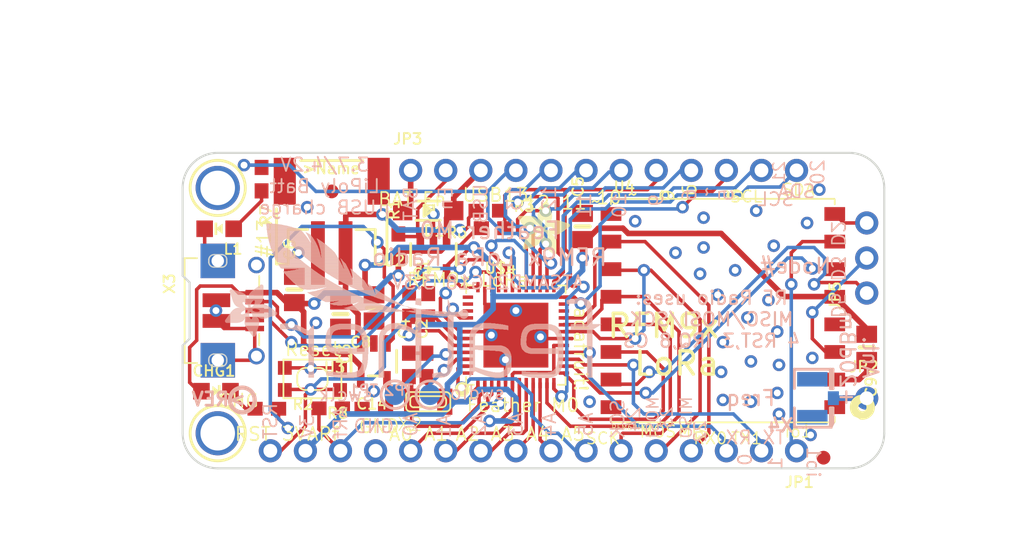
<source format=kicad_pcb>
(kicad_pcb (version 20171130) (host pcbnew "(5.0.2)-1")
  (layers (0 Top signal) (31 Bottom signal) (34 B.Paste user) (35 F.Paste user) (36 B.SilkS user) (37 F.SilkS user) (38 B.Mask user) (39 F.Mask user) (44 Edge.Cuts user))
  (net 0 "")
  (net 1 GND)
  (net 2 +3V3)
  (net 3 VBUS)
  (net 4 VBAT)
  (net 5 /AREF)
  (net 6 /D13)
  (net 7 /~RESET)
  (net 8 "Net-(X3-PadID)")
  (net 9 /D+)
  (net 10 /D-)
  (net 11 "Net-(U2-Pad4)")
  (net 12 /EN)
  (net 13 /A0)
  (net 14 /A1)
  (net 15 /A2)
  (net 16 /A3)
  (net 17 /A4)
  (net 18 /A5)
  (net 19 /SCK)
  (net 20 /MOSI)
  (net 21 /MISO)
  (net 22 /D0)
  (net 23 /D1)
  (net 24 /DIO1)
  (net 25 /SDA)
  (net 26 /SCL)
  (net 27 /D5)
  (net 28 /D6)
  (net 29 /D9)
  (net 30 /D10)
  (net 31 /D11)
  (net 32 /D12)
  (net 33 "Net-(R8-Pad1)")
  (net 34 "Net-(R2-Pad2)")
  (net 35 "Net-(U$4-Pad48)")
  (net 36 /SWDIO)
  (net 37 /SWCLK)
  (net 38 "Net-(C1-Pad1)")
  (net 39 "Net-(U$4-Pad41)")
  (net 40 "Net-(U$4-Pad39)")
  (net 41 "Net-(U$4-Pad38)")
  (net 42 "Net-(U$4-Pad37)")
  (net 43 /D7)
  (net 44 /D2)
  (net 45 "Net-(U$4-Pad22)")
  (net 46 /D3_IRQ)
  (net 47 /D4_RST)
  (net 48 /D8_CS)
  (net 49 "Net-(C4-Pad1)")
  (net 50 "Net-(C2-Pad1)")
  (net 51 "Net-(JP2-Pad1)")
  (net 52 /DIO5)
  (net 53 /DIO2)
  (net 54 "Net-(U4-Pad4P)")
  (net 55 /DIO3)
  (net 56 "Net-(L1-PadA)")
  (net 57 "Net-(CHG1-PadC)")
  (module "" (layer Top) (at 171.3611 96.1136)
    (fp_text reference @HOLE0 hide)
    (fp_text value "" (at 0 0) (layer F.SilkS) (effects (font (size 1.27 1.27))))
    (pad "" np_thru_hole circle (at 0 0) (size 2.54 2.54) (drill 2.54) (layers *.Cu *.Mask))
  )
  (module "" (layer Top) (at 171.3611 113.8936)
    (fp_text reference @HOLE1 hide)
    (fp_text value "" (at 0 0) (layer F.SilkS) (effects (font (size 1.27 1.27))))
    (pad "" np_thru_hole circle (at 0 0) (size 2.54 2.54) (drill 2.54) (layers *.Cu *.Mask))
  )
  (module "Adafruit Feather M0 RFMxx:0805-NO" (layer Top) (at 131.1891 103.4746 90)
    (fp_text reference C6 (at 2.032 0.127 90) (layer F.SilkS) (effects (font (size 0.77216 0.77216) (thickness 0.138988)) (justify left bottom)))
    (fp_text value 10µF)
    (pad 2 smd rect (at 0.95 0 90) (size 1.24 1.5) (layers Top F.Paste F.Mask) (net 1 GND))
    (pad 1 smd rect (at -0.95 0 90) (size 1.24 1.5) (layers Top F.Paste F.Mask) (net 3 VBUS))
  )
  (module "Adafruit Feather M0 RFMxx:0603-NO" (layer Top) (at 139.5011 104.5716 90)
    (fp_text reference C7 (at 1.778 0.127) (layer F.SilkS) (effects (font (size 0.77216 0.77216) (thickness 0.138988)) (justify left bottom)))
    (fp_text value 1uF)
    (pad 2 smd rect (at 0.85 0 90) (size 1.1 1) (layers Top F.Paste F.Mask) (net 1 GND))
    (pad 1 smd rect (at -0.85 0 90) (size 1.1 1) (layers Top F.Paste F.Mask) (net 2 +3V3))
  )
  (module "Adafruit Feather M0 RFMxx:0805-NO" (layer Top) (at 136.9591 104.8096 270)
    (fp_text reference C8 (at 2.032 0.127) (layer F.SilkS) (effects (font (size 0.77216 0.77216) (thickness 0.138988)) (justify right top)))
    (fp_text value 10µF)
    (pad 2 smd rect (at 0.95 0 270) (size 1.24 1.5) (layers Top F.Paste F.Mask) (net 1 GND))
    (pad 1 smd rect (at -0.95 0 270) (size 1.24 1.5) (layers Top F.Paste F.Mask) (net 2 +3V3))
  )
  (module "Adafruit Feather M0 RFMxx:CHIPLED_0805_NOOUTLINE" (layer Top) (at 125.7461 99.0746 90)
    (fp_text reference L1 (at -1.016 1.778) (layer F.SilkS) (effects (font (size 0.77216 0.77216) (thickness 0.138988)) (justify right top)))
    (fp_text value RED)
    (pad A smd rect (at 0 1.05 90) (size 1.2 1.2) (layers Top F.Paste F.Mask) (net 56 "Net-(L1-PadA)"))
    (pad C smd rect (at 0 -1.05 90) (size 1.2 1.2) (layers Top F.Paste F.Mask) (net 1 GND))
  )
  (module "Adafruit Feather M0 RFMxx:0603-NO" (layer Top) (at 133.8199 112.089007)
    (fp_text reference C14 (at 1.778 0.127) (layer F.SilkS) (effects (font (size 0.77216 0.77216) (thickness 0.138988)) (justify left bottom)))
    (fp_text value 1uF)
    (pad 2 smd rect (at 0.85 0) (size 1.1 1) (layers Top F.Paste F.Mask) (net 1 GND))
    (pad 1 smd rect (at -0.85 0) (size 1.1 1) (layers Top F.Paste F.Mask) (net 5 /AREF))
  )
  (module "Adafruit Feather M0 RFMxx:0603-NO" (layer Top) (at 128.8161 95.4786 270)
    (fp_text reference R7 (at 1.778 0.127 90) (layer F.SilkS) (effects (font (size 0.77216 0.77216) (thickness 0.138988)) (justify right top)))
    (fp_text value 2.2K)
    (pad 2 smd rect (at 0.85 0 270) (size 1.1 1) (layers Top F.Paste F.Mask) (net 56 "Net-(L1-PadA)"))
    (pad 1 smd rect (at -0.85 0 270) (size 1.1 1) (layers Top F.Paste F.Mask) (net 6 /D13))
  )
  (module "Adafruit Feather M0 RFMxx:FIDUCIAL_1MM" (layer Top) (at 133.8961 96.3676 270)
    (fp_text reference U$34 hide)
    (fp_text value FIDUCIAL"" hide)
    (pad 1 smd roundrect (at 0 0 270) (size 1 1) (layers Top F.Mask) (roundrect_rratio 0.5))
  )
  (module "Adafruit Feather M0 RFMxx:FIDUCIAL_1MM" (layer Top) (at 169.5033 115.6646 270)
    (fp_text reference U$35 hide)
    (fp_text value FIDUCIAL"" hide)
    (pad 1 smd roundrect (at 0 0 270) (size 1 1) (layers Top F.Mask) (roundrect_rratio 0.5))
  )
  (module "Adafruit Feather M0 RFMxx:KMR2" (layer Top) (at 132.4991 109.9566 180)
    (fp_text reference SW1 hide)
    (fp_text value SPST_TACT-KMR2 hide)
    (pad 3 smd rect (at -2 -0.8 180) (size 1 1) (layers Top F.Paste F.Mask) (net 7 /~RESET))
    (pad 4 smd rect (at -2 0.8 180) (size 1 1) (layers Top F.Paste F.Mask) (net 1 GND))
    (pad 2 smd rect (at 2 0.8 180) (size 1 1) (layers Top F.Paste F.Mask) (net 1 GND))
    (pad 1 smd rect (at 2 -0.8 180) (size 1 1) (layers Top F.Paste F.Mask) (net 7 /~RESET))
  )
  (module "Adafruit Feather M0 RFMxx:MOUNTINGHOLE_2.5_PLATED" (layer Top) (at 125.6411 96.1136 270)
    (fp_text reference U$31 hide)
    (fp_text value MOUNTINGHOLE2.5 hide)
    (pad P$1 thru_hole circle (at 0 0 270) (size 3.2 3.2) (drill 2.5) (layers *.Cu *.Mask))
  )
  (module "Adafruit Feather M0 RFMxx:MOUNTINGHOLE_2.5_PLATED" (layer Top) (at 125.6411 113.8936 270)
    (fp_text reference U$32 hide)
    (fp_text value MOUNTINGHOLE2.5 hide)
    (pad P$1 thru_hole circle (at 0 0 270) (size 3.2 3.2) (drill 2.5) (layers *.Cu *.Mask))
  )
  (module "Adafruit Feather M0 RFMxx:4UCONN_20329_V2" (layer Top) (at 127.5461 105.0036 270)
    (fp_text reference X3 (at -2.778 5.852 90) (layer F.SilkS) (effects (font (size 0.77216 0.77216) (thickness 0.138988)) (justify right top)))
    (fp_text value microUSB)
    (fp_line (start 3.15 2.2) (end 3.15 1.6) (layer Edge.Cuts) (width 0))
    (fp_arc (start 3.55 1.65) (end 3.15 1.6) (angle 90) (layer Edge.Cuts) (width 0))
    (fp_arc (start 3.65 1.65) (end 3.6 1.25) (angle 90) (layer Edge.Cuts) (width 0))
    (fp_line (start 4.05 1.6) (end 4.05 2.2) (layer Edge.Cuts) (width 0))
    (fp_arc (start 3.55 2.15) (end 3.6 2.55) (angle 90) (layer Edge.Cuts) (width 0))
    (fp_arc (start 3.65 2.15) (end 4.05 2.2) (angle 90) (layer Edge.Cuts) (width 0))
    (fp_line (start -4.05 2.15) (end -4.05 1.6) (layer Edge.Cuts) (width 0))
    (fp_arc (start -3.675 2.175) (end -3.7 2.55) (angle 90) (layer Edge.Cuts) (width 0))
    (fp_line (start -3.5 2.55) (end -3.7 2.55) (layer Edge.Cuts) (width 0))
    (fp_arc (start -3.525 2.175) (end -3.15 2.15) (angle 90) (layer Edge.Cuts) (width 0))
    (fp_line (start -3.15 1.6) (end -3.15 2.15) (layer Edge.Cuts) (width 0))
    (fp_arc (start -3.5 1.6) (end -3.5 1.25) (angle 90) (layer Edge.Cuts) (width 0))
    (fp_line (start -3.7 1.25) (end -3.5 1.25) (layer Edge.Cuts) (width 0))
    (fp_arc (start -3.7 1.6) (end -4.05 1.6) (angle 90) (layer Edge.Cuts) (width 0))
    (pad BASE@2 smd rect (at 0.75 2) (size 2 1) (layers Top F.Paste F.Mask) (net 1 GND))
    (pad BASE@1 smd rect (at -0.75 2) (size 2 1) (layers Top F.Paste F.Mask) (net 1 GND))
    (pad GND smd rect (at 1.3 -0.775 270) (size 0.4 1.35) (layers Top F.Paste F.Mask) (net 1 GND))
    (pad ID smd rect (at 0.65 -0.775 270) (size 0.4 1.35) (layers Top F.Paste F.Mask) (net 8 "Net-(X3-PadID)"))
    (pad D+ smd rect (at 0 -0.775 270) (size 0.4 1.35) (layers Top F.Paste F.Mask) (net 9 /D+))
    (pad D- smd rect (at -0.65 -0.775 270) (size 0.4 1.35) (layers Top F.Paste F.Mask) (net 10 /D-))
    (pad VBUS smd rect (at -1.3 -0.775 270) (size 0.4 1.35) (layers Top F.Paste F.Mask) (net 3 VBUS))
    (pad SPRT@2 thru_hole circle (at 3.3 -0.9 270) (size 1.2 1.2) (drill 0.8) (layers *.Cu *.Mask) (net 1 GND))
    (pad SPRT@1 thru_hole circle (at -3.3 -0.9 90) (size 1.2 1.2) (drill 0.8) (layers *.Cu *.Mask) (net 1 GND))
    (pad SPRT@3 thru_hole rect (at -3.6 1.9) (size 2.5 2.5) (drill 0.9) (layers *.Cu *.Mask) (net 1 GND))
    (pad SPRT@4 thru_hole rect (at 3.6 1.9) (size 2.5 2.5) (drill 0.9) (layers *.Cu *.Mask) (net 1 GND))
    (pad "" np_thru_hole circle (at 1.95 0 270) (size 0.7 0.7) (drill 0.7) (layers *.Cu *.Mask))
    (pad "" np_thru_hole circle (at -1.95 0 270) (size 0.7 0.7) (drill 0.7) (layers *.Cu *.Mask))
  )
  (module "Adafruit Feather M0 RFMxx:SOT23-5" (layer Top) (at 141.2621 100.9396 180)
    (fp_text reference U2 (at 1.978 0) (layer F.SilkS) (effects (font (size 0.77216 0.77216) (thickness 0.138988)) (justify right top)))
    (fp_text value AP2112K-3.3)
    (pad 5 smd rect (at -0.95 -1.3001 180) (size 0.55 1.2) (layers Top F.Paste F.Mask) (net 2 +3V3))
    (pad 4 smd rect (at 0.95 -1.3001 180) (size 0.55 1.2) (layers Top F.Paste F.Mask) (net 11 "Net-(U2-Pad4)"))
    (pad 3 smd rect (at 0.95 1.3001 180) (size 0.55 1.2) (layers Top F.Paste F.Mask) (net 12 /EN))
    (pad 2 smd rect (at 0 1.3001 180) (size 0.55 1.2) (layers Top F.Paste F.Mask) (net 1 GND))
    (pad 1 smd rect (at -0.95 1.3001 180) (size 0.55 1.2) (layers Top F.Paste F.Mask) (net 3 VBUS))
  )
  (module "Adafruit Feather M0 RFMxx:SOD-123" (layer Top) (at 140.8811 97.7646 180)
    (fp_text reference D1 (at -1.27 -1.016) (layer F.SilkS) (effects (font (size 0.77216 0.77216) (thickness 0.138988)) (justify right top)))
    (fp_text value MBR120)
    (pad A smd rect (at 1.85 0 270) (size 1.4 1.4) (layers Top F.Paste F.Mask) (net 4 VBAT))
    (pad C smd rect (at -1.85 0 270) (size 1.4 1.4) (layers Top F.Paste F.Mask) (net 3 VBUS))
  )
  (module "Adafruit Feather M0 RFMxx:1X16_ROUND" (layer Top) (at 148.5011 115.1636 180)
    (fp_text reference JP1 (at -20.3962 -1.8288) (layer F.SilkS) (effects (font (size 0.77216 0.77216) (thickness 0.138988)) (justify right top)))
    (fp_text value HEADER-1X16ROUND)
    (pad 16 thru_hole circle (at 19.05 0 270) (size 1.6764 1.6764) (drill 1) (layers *.Cu *.Mask) (net 7 /~RESET))
    (pad 15 thru_hole circle (at 16.51 0 270) (size 1.6764 1.6764) (drill 1) (layers *.Cu *.Mask) (net 2 +3V3))
    (pad 14 thru_hole circle (at 13.97 0 270) (size 1.6764 1.6764) (drill 1) (layers *.Cu *.Mask) (net 5 /AREF))
    (pad 13 thru_hole circle (at 11.43 0 270) (size 1.6764 1.6764) (drill 1) (layers *.Cu *.Mask) (net 1 GND))
    (pad 12 thru_hole circle (at 8.89 0 270) (size 1.6764 1.6764) (drill 1) (layers *.Cu *.Mask) (net 13 /A0))
    (pad 11 thru_hole circle (at 6.35 0 270) (size 1.6764 1.6764) (drill 1) (layers *.Cu *.Mask) (net 14 /A1))
    (pad 10 thru_hole circle (at 3.81 0 270) (size 1.6764 1.6764) (drill 1) (layers *.Cu *.Mask) (net 15 /A2))
    (pad 9 thru_hole circle (at 1.27 0 270) (size 1.6764 1.6764) (drill 1) (layers *.Cu *.Mask) (net 16 /A3))
    (pad 8 thru_hole circle (at -1.27 0 270) (size 1.6764 1.6764) (drill 1) (layers *.Cu *.Mask) (net 17 /A4))
    (pad 7 thru_hole circle (at -3.81 0 270) (size 1.6764 1.6764) (drill 1) (layers *.Cu *.Mask) (net 18 /A5))
    (pad 6 thru_hole circle (at -6.35 0 270) (size 1.6764 1.6764) (drill 1) (layers *.Cu *.Mask) (net 19 /SCK))
    (pad 5 thru_hole circle (at -8.89 0 270) (size 1.6764 1.6764) (drill 1) (layers *.Cu *.Mask) (net 20 /MOSI))
    (pad 4 thru_hole circle (at -11.43 0 270) (size 1.6764 1.6764) (drill 1) (layers *.Cu *.Mask) (net 21 /MISO))
    (pad 3 thru_hole circle (at -13.97 0 270) (size 1.6764 1.6764) (drill 1) (layers *.Cu *.Mask) (net 22 /D0))
    (pad 2 thru_hole circle (at -16.51 0 270) (size 1.6764 1.6764) (drill 1) (layers *.Cu *.Mask) (net 23 /D1))
    (pad 1 thru_hole circle (at -19.05 0 270) (size 1.6764 1.6764) (drill 1) (layers *.Cu *.Mask) (net 24 /DIO1))
  )
  (module "Adafruit Feather M0 RFMxx:ADAFRUIT_3.5MM" (layer Top) (at 147.3581 100.9396)
    (fp_text reference U$7 hide)
    (fp_text value "" hide)
  )
  (module "Adafruit Feather M0 RFMxx:JSTPH2" (layer Top) (at 133.8961 97.1296)
    (fp_text reference X1 hide)
    (fp_text value JSTPH hide)
    (fp_text user >Name (at -2.2225 -1.9685) (layer F.SilkS) (effects (font (size 0.77216 0.77216) (thickness 0.146304)) (justify left bottom)))
    (pad NC2 smd rect (at 3.4 -1.5 90) (size 3.4 1.6) (layers Top F.Paste F.Mask))
    (pad NC1 smd rect (at -3.4 -1.5 90) (size 3.4 1.6) (layers Top F.Paste F.Mask))
    (pad 2 smd rect (at 1 3.7) (size 1 4.6) (layers Top F.Paste F.Mask) (net 4 VBAT))
    (pad 1 smd rect (at -1 3.7) (size 1 4.6) (layers Top F.Paste F.Mask) (net 1 GND))
  )
  (module "Adafruit Feather M0 RFMxx:1X12_ROUND" (layer Top) (at 153.5811 94.8436)
    (fp_text reference JP3 (at -15.3162 -1.8288) (layer F.SilkS) (effects (font (size 0.77216 0.77216) (thickness 0.138988)) (justify left bottom)))
    (fp_text value HEADER-1X12)
    (pad 12 thru_hole circle (at 13.97 0 90) (size 1.6764 1.6764) (drill 1) (layers *.Cu *.Mask) (net 25 /SDA))
    (pad 11 thru_hole circle (at 11.43 0 90) (size 1.6764 1.6764) (drill 1) (layers *.Cu *.Mask) (net 26 /SCL))
    (pad 10 thru_hole circle (at 8.89 0 90) (size 1.6764 1.6764) (drill 1) (layers *.Cu *.Mask) (net 27 /D5))
    (pad 9 thru_hole circle (at 6.35 0 90) (size 1.6764 1.6764) (drill 1) (layers *.Cu *.Mask) (net 28 /D6))
    (pad 8 thru_hole circle (at 3.81 0 90) (size 1.6764 1.6764) (drill 1) (layers *.Cu *.Mask) (net 29 /D9))
    (pad 7 thru_hole circle (at 1.27 0 90) (size 1.6764 1.6764) (drill 1) (layers *.Cu *.Mask) (net 30 /D10))
    (pad 6 thru_hole circle (at -1.27 0 90) (size 1.6764 1.6764) (drill 1) (layers *.Cu *.Mask) (net 31 /D11))
    (pad 5 thru_hole circle (at -3.81 0 90) (size 1.6764 1.6764) (drill 1) (layers *.Cu *.Mask) (net 32 /D12))
    (pad 4 thru_hole circle (at -6.35 0 90) (size 1.6764 1.6764) (drill 1) (layers *.Cu *.Mask) (net 6 /D13))
    (pad 3 thru_hole circle (at -8.89 0 90) (size 1.6764 1.6764) (drill 1) (layers *.Cu *.Mask) (net 3 VBUS))
    (pad 2 thru_hole circle (at -11.43 0 90) (size 1.6764 1.6764) (drill 1) (layers *.Cu *.Mask) (net 12 /EN))
    (pad 1 thru_hole circle (at -13.97 0 90) (size 1.6764 1.6764) (drill 1) (layers *.Cu *.Mask) (net 4 VBAT))
  )
  (module "Adafruit Feather M0 RFMxx:SOT23-5" (layer Top) (at 136.9441 108.6866 180)
    (fp_text reference U3 (at 1.978 0) (layer F.SilkS) (effects (font (size 0.77216 0.77216) (thickness 0.138988)) (justify right top)))
    (fp_text value MCP73831T-2ACI/OT)
    (pad 5 smd rect (at -0.95 -1.3001 180) (size 0.55 1.2) (layers Top F.Paste F.Mask) (net 33 "Net-(R8-Pad1)"))
    (pad 4 smd rect (at 0.95 -1.3001 180) (size 0.55 1.2) (layers Top F.Paste F.Mask) (net 3 VBUS))
    (pad 3 smd rect (at 0.95 1.3001 180) (size 0.55 1.2) (layers Top F.Paste F.Mask) (net 4 VBAT))
    (pad 2 smd rect (at 0 1.3001 180) (size 0.55 1.2) (layers Top F.Paste F.Mask) (net 1 GND))
    (pad 1 smd rect (at -0.95 1.3001 180) (size 0.55 1.2) (layers Top F.Paste F.Mask) (net 34 "Net-(R2-Pad2)"))
  )
  (module "Adafruit Feather M0 RFMxx:CHIPLED_0805_NOOUTLINE" (layer Top) (at 125.5141 110.8456 270)
    (fp_text reference CHG1 (at -1.016 1.778) (layer F.SilkS) (effects (font (size 0.77216 0.77216) (thickness 0.138988)) (justify left bottom)))
    (fp_text value ORANGE)
    (pad A smd rect (at 0 1.05 270) (size 1.2 1.2) (layers Top F.Paste F.Mask) (net 3 VBUS))
    (pad C smd rect (at 0 -1.05 270) (size 1.2 1.2) (layers Top F.Paste F.Mask) (net 57 "Net-(CHG1-PadC)"))
  )
  (module "Adafruit Feather M0 RFMxx:0603-NO" (layer Top) (at 129.1971 112.1156)
    (fp_text reference R2 (at 1.778 0.127) (layer F.SilkS) (effects (font (size 0.77216 0.77216) (thickness 0.138988)) (justify left bottom)))
    (fp_text value 1K)
    (pad 2 smd rect (at 0.85 0) (size 1.1 1) (layers Top F.Paste F.Mask) (net 34 "Net-(R2-Pad2)"))
    (pad 1 smd rect (at -0.85 0) (size 1.1 1) (layers Top F.Paste F.Mask) (net 57 "Net-(CHG1-PadC)"))
  )
  (module "Adafruit Feather M0 RFMxx:0805-NO" (layer Top) (at 134.5311 105.2576 270)
    (fp_text reference C3 (at 2.032 0.127 90) (layer F.SilkS) (effects (font (size 0.77216 0.77216) (thickness 0.138988)) (justify right top)))
    (fp_text value 10µF)
    (pad 2 smd rect (at 0.95 0 270) (size 1.24 1.5) (layers Top F.Paste F.Mask) (net 1 GND))
    (pad 1 smd rect (at -0.95 0 270) (size 1.24 1.5) (layers Top F.Paste F.Mask) (net 4 VBAT))
  )
  (module "Adafruit Feather M0 RFMxx:0603-NO" (layer Top) (at 136.9441 112.1156 180)
    (fp_text reference R8 (at 1.778 0.127) (layer F.SilkS) (effects (font (size 0.77216 0.77216) (thickness 0.138988)) (justify right top)))
    (fp_text value 10K\)
    (pad 2 smd rect (at 0.85 0 180) (size 1.1 1) (layers Top F.Paste F.Mask) (net 1 GND))
    (pad 1 smd rect (at -0.85 0 180) (size 1.1 1) (layers Top F.Paste F.Mask) (net 33 "Net-(R8-Pad1)"))
  )
  (module "Adafruit Feather M0 RFMxx:0603-NO" (layer Top) (at 145.1991 97.7646)
    (fp_text reference R3 (at 1.778 0.127) (layer F.SilkS) (effects (font (size 0.77216 0.77216) (thickness 0.138988)) (justify left bottom)))
    (fp_text value 100k)
    (pad 2 smd rect (at 0.85 0) (size 1.1 1) (layers Top F.Paste F.Mask) (net 29 /D9))
    (pad 1 smd rect (at -0.85 0) (size 1.1 1) (layers Top F.Paste F.Mask) (net 4 VBAT))
  )
  (module "Adafruit Feather M0 RFMxx:0603-NO" (layer Top) (at 145.5801 99.0346 180)
    (fp_text reference R6 (at 1.778 0.127) (layer F.SilkS) (effects (font (size 0.77216 0.77216) (thickness 0.138988)) (justify right top)))
    (fp_text value 100K)
    (pad 2 smd rect (at 0.85 0 180) (size 1.1 1) (layers Top F.Paste F.Mask) (net 1 GND))
    (pad 1 smd rect (at -0.85 0 180) (size 1.1 1) (layers Top F.Paste F.Mask) (net 29 /D9))
  )
  (module "Adafruit Feather M0 RFMxx:TQFN48_7MM" (layer Top) (at 147.2311 106.7816)
    (fp_text reference U$4 (at -2.35 -4.4) (layer F.SilkS) (effects (font (size 0.77216 0.77216) (thickness 0.138988)) (justify left bottom)))
    (fp_text value ATSAMD21G18_QFN)
    (pad 48 smd rect (at -3.475 2.75) (size 0.75 0.25) (layers Top F.Paste F.Mask) (net 35 "Net-(U$4-Pad48)"))
    (pad 36 smd rect (at -2.75 -3.475 270) (size 0.75 0.25) (layers Top F.Paste F.Mask) (net 2 +3V3))
    (pad 24 smd rect (at 3.475 -2.75 180) (size 0.75 0.25) (layers Top F.Paste F.Mask) (net 27 /D5))
    (pad 12 smd rect (at 2.75 3.475 90) (size 0.75 0.25) (layers Top F.Paste F.Mask) (net 29 /D9))
    (pad THERMAL smd rect (at 0 0) (size 4.7 4.7) (layers Top F.Mask) (net 1 GND))
    (pad 47 smd rect (at -3.475 2.25) (size 0.75 0.25) (layers Top F.Paste F.Mask) (net 18 /A5))
    (pad 46 smd rect (at -3.475 1.75) (size 0.75 0.25) (layers Top F.Paste F.Mask) (net 36 /SWDIO))
    (pad 45 smd rect (at -3.475 1.25) (size 0.75 0.25) (layers Top F.Paste F.Mask) (net 37 /SWCLK))
    (pad 44 smd rect (at -3.475 0.75) (size 0.75 0.25) (layers Top F.Paste F.Mask) (net 2 +3V3))
    (pad 43 smd rect (at -3.475 0.25) (size 0.75 0.25) (layers Top F.Paste F.Mask) (net 38 "Net-(C1-Pad1)"))
    (pad 42 smd rect (at -3.475 -0.25) (size 0.75 0.25) (layers Top F.Paste F.Mask) (net 1 GND))
    (pad 41 smd rect (at -3.475 -0.75) (size 0.75 0.25) (layers Top F.Paste F.Mask) (net 39 "Net-(U$4-Pad41)"))
    (pad 40 smd rect (at -3.475 -1.25) (size 0.75 0.25) (layers Top F.Paste F.Mask) (net 7 /~RESET))
    (pad 39 smd rect (at -3.475 -1.75) (size 0.75 0.25) (layers Top F.Paste F.Mask) (net 40 "Net-(U$4-Pad39)"))
    (pad 38 smd rect (at -3.475 -2.25) (size 0.75 0.25) (layers Top F.Paste F.Mask) (net 41 "Net-(U$4-Pad38)"))
    (pad 37 smd rect (at -3.475 -2.75) (size 0.75 0.25) (layers Top F.Paste F.Mask) (net 42 "Net-(U$4-Pad37)"))
    (pad 35 smd rect (at -2.25 -3.475 270) (size 0.75 0.25) (layers Top F.Paste F.Mask) (net 1 GND))
    (pad 34 smd rect (at -1.75 -3.475 270) (size 0.75 0.25) (layers Top F.Paste F.Mask) (net 9 /D+))
    (pad 33 smd rect (at -1.25 -3.475 270) (size 0.75 0.25) (layers Top F.Paste F.Mask) (net 10 /D-))
    (pad 32 smd rect (at -0.75 -3.475 270) (size 0.75 0.25) (layers Top F.Paste F.Mask) (net 26 /SCL))
    (pad 31 smd rect (at -0.25 -3.475 270) (size 0.75 0.25) (layers Top F.Paste F.Mask) (net 25 /SDA))
    (pad 30 smd rect (at 0.25 -3.475 270) (size 0.75 0.25) (layers Top F.Paste F.Mask) (net 43 /D7))
    (pad 29 smd rect (at 0.75 -3.475 270) (size 0.75 0.25) (layers Top F.Paste F.Mask) (net 28 /D6))
    (pad 28 smd rect (at 1.25 -3.475 270) (size 0.75 0.25) (layers Top F.Paste F.Mask) (net 32 /D12))
    (pad 27 smd rect (at 1.75 -3.475 270) (size 0.75 0.25) (layers Top F.Paste F.Mask) (net 30 /D10))
    (pad 26 smd rect (at 2.25 -3.475 270) (size 0.75 0.25) (layers Top F.Paste F.Mask) (net 6 /D13))
    (pad 25 smd rect (at 2.75 -3.475 270) (size 0.75 0.25) (layers Top F.Paste F.Mask) (net 31 /D11))
    (pad 23 smd rect (at 3.475 -2.25 180) (size 0.75 0.25) (layers Top F.Paste F.Mask) (net 44 /D2))
    (pad 22 smd rect (at 3.475 -1.75 180) (size 0.75 0.25) (layers Top F.Paste F.Mask) (net 45 "Net-(U$4-Pad22)"))
    (pad 21 smd rect (at 3.475 -1.25 180) (size 0.75 0.25) (layers Top F.Paste F.Mask) (net 21 /MISO))
    (pad 20 smd rect (at 3.475 -0.75 180) (size 0.75 0.25) (layers Top F.Paste F.Mask) (net 19 /SCK))
    (pad 19 smd rect (at 3.475 -0.25 180) (size 0.75 0.25) (layers Top F.Paste F.Mask) (net 20 /MOSI))
    (pad 18 smd rect (at 3.475 0.25 180) (size 0.75 0.25) (layers Top F.Paste F.Mask) (net 1 GND))
    (pad 17 smd rect (at 3.475 0.75 180) (size 0.75 0.25) (layers Top F.Paste F.Mask) (net 2 +3V3))
    (pad 16 smd rect (at 3.475 1.25 180) (size 0.75 0.25) (layers Top F.Paste F.Mask) (net 22 /D0))
    (pad 15 smd rect (at 3.475 1.75 180) (size 0.75 0.25) (layers Top F.Paste F.Mask) (net 23 /D1))
    (pad 14 smd rect (at 3.475 2.25 180) (size 0.75 0.25) (layers Top F.Paste F.Mask) (net 46 /D3_IRQ))
    (pad 13 smd rect (at 3.475 2.75 180) (size 0.75 0.25) (layers Top F.Paste F.Mask) (net 47 /D4_RST))
    (pad 11 smd rect (at 2.25 3.475 90) (size 0.75 0.25) (layers Top F.Paste F.Mask) (net 48 /D8_CS))
    (pad 10 smd rect (at 1.75 3.475 90) (size 0.75 0.25) (layers Top F.Paste F.Mask) (net 17 /A4))
    (pad 9 smd rect (at 1.25 3.475 90) (size 0.75 0.25) (layers Top F.Paste F.Mask) (net 16 /A3))
    (pad 8 smd rect (at 0.75 3.475 90) (size 0.75 0.25) (layers Top F.Paste F.Mask) (net 15 /A2))
    (pad 7 smd rect (at 0.25 3.475 90) (size 0.75 0.25) (layers Top F.Paste F.Mask) (net 14 /A1))
    (pad 6 smd rect (at -0.25 3.475 90) (size 0.75 0.25) (layers Top F.Paste F.Mask) (net 2 +3V3))
    (pad 5 smd rect (at -0.75 3.475 90) (size 0.75 0.25) (layers Top F.Paste F.Mask) (net 1 GND))
    (pad 4 smd rect (at -1.25 3.475 90) (size 0.75 0.25) (layers Top F.Paste F.Mask) (net 5 /AREF))
    (pad 3 smd rect (at -1.75 3.475 90) (size 0.75 0.25) (layers Top F.Paste F.Mask) (net 13 /A0))
    (pad 2 smd rect (at -2.25 3.475 90) (size 0.75 0.25) (layers Top F.Paste F.Mask) (net 49 "Net-(C4-Pad1)"))
    (pad 1 smd rect (at -2.75 3.475 90) (size 0.75 0.25) (layers Top F.Paste F.Mask) (net 50 "Net-(C2-Pad1)"))
  )
  (module "Adafruit Feather M0 RFMxx:0603-NO" (layer Top) (at 140.8811 104.6226 90)
    (fp_text reference C1 (at 1.778 0.127 90) (layer F.SilkS) (effects (font (size 0.77216 0.77216) (thickness 0.138988)) (justify left bottom)))
    (fp_text value 1uF)
    (pad 2 smd rect (at 0.85 0 90) (size 1.1 1) (layers Top F.Paste F.Mask) (net 1 GND))
    (pad 1 smd rect (at -0.85 0 90) (size 1.1 1) (layers Top F.Paste F.Mask) (net 38 "Net-(C1-Pad1)"))
  )
  (module "Adafruit Feather M0 RFMxx:0603-NO" (layer Top) (at 140.7541 108.9406 90)
    (fp_text reference C2 (at 1.778 0.127 90) (layer F.SilkS) (effects (font (size 0.77216 0.77216) (thickness 0.138988)) (justify left bottom)))
    (fp_text value 22pF)
    (pad 2 smd rect (at 0.85 0 90) (size 1.1 1) (layers Top F.Paste F.Mask) (net 1 GND))
    (pad 1 smd rect (at -0.85 0 90) (size 1.1 1) (layers Top F.Paste F.Mask) (net 50 "Net-(C2-Pad1)"))
  )
  (module "Adafruit Feather M0 RFMxx:0603-NO" (layer Top) (at 139.4841 108.9406 90)
    (fp_text reference C4 (at 1.778 0.127 90) (layer F.SilkS) (effects (font (size 0.77216 0.77216) (thickness 0.138988)) (justify left bottom)))
    (fp_text value 22pF)
    (pad 2 smd rect (at 0.85 0 90) (size 1.1 1) (layers Top F.Paste F.Mask) (net 1 GND))
    (pad 1 smd rect (at -0.85 0 90) (size 1.1 1) (layers Top F.Paste F.Mask) (net 49 "Net-(C4-Pad1)"))
  )
  (module "Adafruit Feather M0 RFMxx:XTAL3215" (layer Top) (at 140.8811 111.6076)
    (fp_text reference X2 (at -2.3 2.2) (layer F.SilkS) (effects (font (size 0.9652 0.9652) (thickness 0.077216)) (justify left bottom)))
    (fp_text value 32.768)
    (pad P$2 smd rect (at -1.2 0 180) (size 1.1 1.9) (layers Top F.Paste F.Mask) (net 49 "Net-(C4-Pad1)"))
    (pad P$1 smd rect (at 1.2 0) (size 1.1 1.9) (layers Top F.Paste F.Mask) (net 50 "Net-(C2-Pad1)"))
  )
  (module "Adafruit Feather M0 RFMxx:0805-NO" (layer Top) (at 152.0571 98.9076 90)
    (fp_text reference C5 (at 2.032 0.127 90) (layer F.SilkS) (effects (font (size 0.77216 0.77216) (thickness 0.138988)) (justify left bottom)))
    (fp_text value 10uF)
    (pad 2 smd rect (at 0.95 0 90) (size 1.24 1.5) (layers Top F.Paste F.Mask) (net 1 GND))
    (pad 1 smd rect (at -0.95 0 90) (size 1.24 1.5) (layers Top F.Paste F.Mask) (net 2 +3V3))
  )
  (module "Adafruit Feather M0 RFMxx:TESTPOINT_ROUND_1.5MM" (layer Bottom) (at 138.4681 111.0996 180)
    (fp_text reference TP1 (at 1.143 -0.127) (layer B.SilkS) (effects (font (size 0.77216 0.77216) (thickness 0.138988)) (justify left bottom mirror)))
    (fp_text value TESTPOINTROUND1.5MM)
    (pad P$1 smd roundrect (at 0 0 180) (size 1.5 1.5) (layers Bottom B.Mask) (roundrect_rratio 0.5) (net 37 /SWCLK))
  )
  (module "Adafruit Feather M0 RFMxx:TESTPOINT_ROUND_1.5MM" (layer Bottom) (at 141.0081 111.0996 180)
    (fp_text reference TP2 (at 1.143 -0.127) (layer B.SilkS) (effects (font (size 0.77216 0.77216) (thickness 0.138988)) (justify left bottom mirror)))
    (fp_text value TESTPOINTROUND1.5MM)
    (pad P$1 smd roundrect (at 0 0 180) (size 1.5 1.5) (layers Bottom B.Mask) (roundrect_rratio 0.5) (net 36 /SWDIO))
  )
  (module "Adafruit Feather M0 RFMxx:0603-NO" (layer Top) (at 138.7221 100.3046 90)
    (fp_text reference R1 (at 1.778 0.127 90) (layer F.SilkS) (effects (font (size 0.77216 0.77216) (thickness 0.138988)) (justify left bottom)))
    (fp_text value 100k)
    (pad 2 smd rect (at 0.85 0 90) (size 1.1 1) (layers Top F.Paste F.Mask) (net 12 /EN))
    (pad 1 smd rect (at -0.85 0 90) (size 1.1 1) (layers Top F.Paste F.Mask) (net 3 VBUS))
  )
  (module "Adafruit Feather M0 RFMxx:FEATHERLOGO" (layer Bottom) (at 153.4541 109.9566 180)
    (fp_text reference U$9 hide)
    (fp_text value "" hide)
  )
  (module "Adafruit Feather M0 RFMxx:ADAFRUIT_3.5MM" (layer Bottom) (at 126.1491 103.0986)
    (fp_text reference U$12 hide)
    (fp_text value "" hide)
  )
  (module "Adafruit Feather M0 RFMxx:PCBFEAT-REV-040" (layer Bottom) (at 127.4191 111.4806 180)
    (fp_text reference U$13 hide)
    (fp_text value "" hide)
    (fp_text user >REV (at -0.3556 -0.508 180) (layer B.SilkS) (effects (font (size 0.9652 0.9652) (thickness 0.2032)) (justify left bottom mirror)))
  )
  (module "Adafruit Feather M0 RFMxx:0805-NO" (layer Top) (at 172.6311 107.6706 270)
    (fp_text reference C9 (at 2.032 0.127 90) (layer F.SilkS) (effects (font (size 0.77216 0.77216) (thickness 0.138988)) (justify right top)))
    (fp_text value 10uF)
    (pad 2 smd rect (at 0.95 0 270) (size 1.24 1.5) (layers Top F.Paste F.Mask) (net 1 GND))
    (pad 1 smd rect (at -0.95 0 270) (size 1.24 1.5) (layers Top F.Paste F.Mask) (net 2 +3V3))
  )
  (module "Adafruit Feather M0 RFMxx:1X01_ROUND" (layer Top) (at 172.6311 111.3536)
    (fp_text reference JP2 (at -1.3462 -1.8288) (layer F.SilkS) (effects (font (size 0.77216 0.77216) (thickness 0.138988)) (justify left bottom)))
    (fp_text value HEADER-1X1ROUND)
    (pad 1 thru_hole circle (at 0 0 90) (size 1.6764 1.6764) (drill 1) (layers *.Cu *.Mask) (net 51 "Net-(JP2-Pad1)"))
  )
  (module "Adafruit Feather M0 RFMxx:RFMHCW_SMT" (layer Top) (at 162.2171 105.0036)
    (fp_text reference U4 (at -8 -8.5) (layer F.SilkS) (effects (font (size 0.77216 0.77216) (thickness 0.138988)) (justify left bottom)))
    (fp_text value RFM69HCW (at -8.1 8.7) (layer F.SilkS) (effects (font (size 0.38608 0.38608) (thickness 0.038608)) (justify left bottom)))
    (pad 16P smd rect (at -8.1 7) (size 1.5 1) (layers Top F.Paste F.Mask) (net 1 GND))
    (pad 15P smd rect (at -8.1 5) (size 1.5 1) (layers Top F.Paste F.Mask) (net 52 /DIO5))
    (pad 14P smd rect (at -8.1 3) (size 1.5 1) (layers Top F.Paste F.Mask) (net 47 /D4_RST))
    (pad 13P smd rect (at -8.1 1) (size 1.5 1) (layers Top F.Paste F.Mask) (net 48 /D8_CS))
    (pad 12P smd rect (at -8.1 -1) (size 1.5 1) (layers Top F.Paste F.Mask) (net 19 /SCK))
    (pad 11P smd rect (at -8.1 -3) (size 1.5 1) (layers Top F.Paste F.Mask) (net 20 /MOSI))
    (pad 10P smd rect (at -8.1 -5) (size 1.5 1) (layers Top F.Paste F.Mask) (net 21 /MISO))
    (pad 9P smd rect (at -8.1 -7) (size 1.5 1) (layers Top F.Paste F.Mask) (net 1 GND))
    (pad 8P smd rect (at 8.1 -7 180) (size 1.5 1) (layers Top F.Paste F.Mask) (net 53 /DIO2))
    (pad 7P smd rect (at 8.1 -5 180) (size 1.5 1) (layers Top F.Paste F.Mask) (net 24 /DIO1))
    (pad 6P smd rect (at 8.1 -3 180) (size 1.5 1) (layers Top F.Paste F.Mask) (net 46 /D3_IRQ))
    (pad 5P smd rect (at 8.1 -1 180) (size 1.5 1) (layers Top F.Paste F.Mask) (net 2 +3V3))
    (pad 4P smd rect (at 8.1 1 180) (size 1.5 1) (layers Top F.Paste F.Mask) (net 54 "Net-(U4-Pad4P)"))
    (pad 3P smd rect (at 8.1 3 180) (size 1.5 1) (layers Top F.Paste F.Mask) (net 55 /DIO3))
    (pad 2P smd rect (at 8.1 5 180) (size 1.5 1) (layers Top F.Paste F.Mask) (net 1 GND))
    (pad 1P smd rect (at 8.1 7 180) (size 1.5 1) (layers Top F.Paste F.Mask) (net 51 "Net-(JP2-Pad1)"))
  )
  (module "Adafruit Feather M0 RFMxx:U.FL" (layer Bottom) (at 168.6941 111.3536)
    (fp_text reference X4 (at -1.27 2.54) (layer B.SilkS) (effects (font (size 0.9652 0.9652) (thickness 0.18288)) (justify left bottom mirror)))
    (fp_text value uFL)
    (pad 3 smd rect (at 1.525 0) (size 0.8 1) (layers Bottom B.Paste B.Mask) (net 51 "Net-(JP2-Pad1)"))
    (pad 2 smd rect (at 0 -1.375) (size 2.2 1.05) (layers Bottom B.Paste B.Mask) (net 1 GND))
    (pad 1 smd rect (at 0 1.375) (size 2.2 1.05) (layers Bottom B.Paste B.Mask) (net 1 GND))
  )
  (module "Adafruit Feather M0 RFMxx:1X03_ROUND" (layer Top) (at 172.6311 101.1936 90)
    (fp_text reference JP5 (at -3.8862 -1.8288 90) (layer F.SilkS) (effects (font (size 0.77216 0.77216) (thickness 0.138988)) (justify left bottom)))
    (fp_text value HEADER-1X3ROUND)
    (pad 3 thru_hole circle (at 2.54 0 180) (size 1.6764 1.6764) (drill 1) (layers *.Cu *.Mask) (net 53 /DIO2))
    (pad 2 thru_hole circle (at 0 0 180) (size 1.6764 1.6764) (drill 1) (layers *.Cu *.Mask) (net 55 /DIO3))
    (pad 1 thru_hole circle (at -2.54 0 180) (size 1.6764 1.6764) (drill 1) (layers *.Cu *.Mask) (net 52 /DIO5))
  )
  (gr_line (start 125.6411 116.4336) (end 171.3611 116.4336) (layer Edge.Cuts) (width 0.15))
  (gr_arc (start 171.3611 113.8936) (end 171.3611 116.4336) (angle -90) (layer Edge.Cuts) (width 0.15))
  (gr_line (start 173.9011 113.8936) (end 173.9011 96.1136) (layer Edge.Cuts) (width 0.15))
  (gr_arc (start 171.3611 96.1136) (end 173.9011 96.1136) (angle -90) (layer Edge.Cuts) (width 0.15))
  (gr_line (start 171.3611 93.5736) (end 125.6411 93.5736) (layer Edge.Cuts) (width 0.15))
  (gr_arc (start 125.6411 96.1136) (end 125.6411 93.5736) (angle -90) (layer Edge.Cuts) (width 0.15))
  (gr_line (start 123.1011 96.1136) (end 123.1011 102.4636) (layer Edge.Cuts) (width 0.15))
  (gr_line (start 123.1011 102.4636) (end 123.6091 102.9716) (layer Edge.Cuts) (width 0.15))
  (gr_line (start 123.6091 102.9716) (end 123.6091 107.0356) (layer Edge.Cuts) (width 0.15))
  (gr_line (start 123.6091 107.0356) (end 123.1011 107.5436) (layer Edge.Cuts) (width 0.15))
  (gr_line (start 123.1011 107.5436) (end 123.1011 113.8936) (layer Edge.Cuts) (width 0.15))
  (gr_arc (start 125.6411 113.8936) (end 123.1011 113.8936) (angle -90) (layer Edge.Cuts) (width 0.15))
  (gr_text USB (at 144.8181 96.6216) (layer F.SilkS) (effects (font (size 0.9652 0.9652) (thickness 0.12192))))
  (gr_text RST (at 129.5781 113.3856) (layer F.SilkS) (effects (font (size 0.9652 0.9652) (thickness 0.12192)) (justify right top)))
  (gr_text ARf (at 134.5311 113.3856) (layer F.SilkS) (effects (font (size 0.9652 0.9652) (thickness 0.12192)) (justify right top)))
  (gr_text 3V (at 132.1181 113.3856) (layer F.SilkS) (effects (font (size 0.9652 0.9652) (thickness 0.12192)) (justify right top)))
  (gr_text A5 (at 152.3111 113.3856) (layer F.SilkS) (effects (font (size 0.9652 0.9652) (thickness 0.12192)) (justify right top)))
  (gr_text A4 (at 149.7711 113.3856) (layer F.SilkS) (effects (font (size 0.9652 0.9652) (thickness 0.12192)) (justify right top)))
  (gr_text A3 (at 147.2311 113.3856) (layer F.SilkS) (effects (font (size 0.9652 0.9652) (thickness 0.12192)) (justify right top)))
  (gr_text A2 (at 144.6911 113.3856) (layer F.SilkS) (effects (font (size 0.9652 0.9652) (thickness 0.12192)) (justify right top)))
  (gr_text A1 (at 142.4051 113.3856) (layer F.SilkS) (effects (font (size 0.9652 0.9652) (thickness 0.12192)) (justify right top)))
  (gr_text A0 (at 139.8651 113.3856) (layer F.SilkS) (effects (font (size 0.9652 0.9652) (thickness 0.12192)) (justify right top)))
  (gr_text 13 (at 147.2311 96.6216) (layer F.SilkS) (effects (font (size 0.9652 0.9652) (thickness 0.12192))))
  (gr_text 5 (at 162.5981 96.1136 90) (layer F.SilkS) (effects (font (size 0.9652 0.9652) (thickness 0.12192)) (justify right top)))
  (gr_text 11 (at 152.4381 96.6216) (layer F.SilkS) (effects (font (size 0.9652 0.9652) (thickness 0.12192)) (justify right top)))
  (gr_text 10 (at 154.9781 96.2406) (layer F.SilkS) (effects (font (size 0.9652 0.9652) (thickness 0.12192)) (justify right top)))
  (gr_text 9 (at 157.6451 96.1136 90) (layer F.SilkS) (effects (font (size 0.9652 0.9652) (thickness 0.12192)) (justify right top)))
  (gr_text SCK (at 154.8511 113.7666) (layer F.SilkS) (effects (font (size 0.84455 0.84455) (thickness 0.10668)) (justify right top)))
  (gr_text MOS (at 157.5181 113.7666) (layer F.SilkS) (effects (font (size 0.84455 0.84455) (thickness 0.10668))))
  (gr_text MIS (at 160.0581 113.7666) (layer F.SilkS) (effects (font (size 0.84455 0.84455) (thickness 0.10668))))
  (gr_text SCL (at 165.1381 96.2406) (layer F.SilkS) (effects (font (size 0.84455 0.84455) (thickness 0.10668)) (justify right top)))
  (gr_text SDA (at 167.6781 96.2406) (layer F.SilkS) (effects (font (size 0.84455 0.84455) (thickness 0.10668))))
  (gr_text RX0 (at 162.5981 113.7666) (layer F.SilkS) (effects (font (size 0.84455 0.84455) (thickness 0.10668)) (justify right top)))
  (gr_text TX1 (at 165.1381 113.7666) (layer F.SilkS) (effects (font (size 0.84455 0.84455) (thickness 0.10668)) (justify right top)))
  (gr_text BAT (at 139.8651 96.3676) (layer F.SilkS) (effects (font (size 0.9652 0.9652) (thickness 0.12192)) (justify right top)))
  (gr_text 12 (at 149.7711 96.6216) (layer F.SilkS) (effects (font (size 0.9652 0.9652) (thickness 0.12192)) (justify right top)))
  (gr_text 6 (at 159.8041 96.2406 90) (layer F.SilkS) (effects (font (size 0.9652 0.9652) (thickness 0.12192))))
  (gr_text GND (at 137.3251 113.3856) (layer F.SilkS) (effects (font (size 0.9652 0.9652) (thickness 0.12192))))
  (gr_text "#13" (at 128.4351 98.2726 90) (layer F.SilkS) (effects (font (size 0.9652 0.9652) (thickness 0.12192)) (justify right top)))
  (gr_text En (at 142.2781 96.3676) (layer F.SilkS) (effects (font (size 0.9652 0.9652) (thickness 0.12192)) (justify right top)))
  (gr_text io1 (at 167.6781 113.7666) (layer F.SilkS) (effects (font (size 0.84455 0.84455) (thickness 0.10668))))
  (gr_text ~ (at 156.1211 95.9866) (layer F.SilkS) (effects (font (size 0.9652 0.9652) (thickness 0.12192)) (justify right top)))
  (gr_text ~ (at 157.2641 96.1136 90) (layer F.SilkS) (effects (font (size 0.9652 0.9652) (thickness 0.12192)) (justify right top)))
  (gr_text Reset (at 132.4991 107.7976) (layer F.SilkS) (effects (font (size 0.9652 0.9652) (thickness 0.12192))))
  (gr_text CHG (at 128.6891 110.9726) (layer F.SilkS) (effects (font (size 0.9652 0.9652) (thickness 0.12192)) (justify right top)))
  (gr_text ~ (at 153.4541 96.4946) (layer F.SilkS) (effects (font (size 0.9652 0.9652) (thickness 0.12192)) (justify right top)))
  (gr_text "Feather M0" (at 147.7391 111.8616) (layer F.SilkS) (effects (font (size 0.9652 0.9652) (thickness 0.12192))))
  (gr_text "3.7/4.2V\nLiPoly Batt\nµUSB charge" (at 133.3881 95.9866) (layer B.SilkS) (effects (font (size 0.9652 0.9652) (thickness 0.13208)) (justify mirror)))
  (gr_text "Feather M0\nRFM9x LoRa Radio" (at 145.3261 100.1776) (layer B.SilkS) (effects (font (size 1.2065 1.2065) (thickness 0.1651)) (justify mirror)))
  (gr_text "ATSAMD21G18 3.3V" (at 145.1991 102.9716) (layer B.SilkS) (effects (font (size 0.9652 0.9652) (thickness 0.13208)) (justify mirror)))
  (gr_text USB (at 144.6911 97.2566 -270) (layer B.SilkS) (effects (font (size 0.9652 0.9652) (thickness 0.12192)) (justify mirror)))
  (gr_text 13 (at 147.1041 96.8756 -270) (layer B.SilkS) (effects (font (size 0.9652 0.9652) (thickness 0.12192)) (justify mirror)))
  (gr_text 5 (at 162.4711 96.6216 -270) (layer B.SilkS) (effects (font (size 0.9652 0.9652) (thickness 0.12192)) (justify mirror)))
  (gr_text 11~ (at 152.1841 97.3836 -270) (layer B.SilkS) (effects (font (size 0.9652 0.9652) (thickness 0.12192)) (justify mirror)))
  (gr_text 10~ (at 154.7241 97.3836 -270) (layer B.SilkS) (effects (font (size 0.9652 0.9652) (thickness 0.12192)) (justify mirror)))
  (gr_text 9~ (at 157.3911 97.0026 -270) (layer B.SilkS) (effects (font (size 0.9652 0.9652) (thickness 0.12192)) (justify mirror)))
  (gr_text SCL (at 164.6301 96.3676) (layer B.SilkS) (effects (font (size 0.9652 0.9652) (thickness 0.12192)) (justify right top mirror)))
  (gr_text SDA (at 167.5511 96.3676) (layer B.SilkS) (effects (font (size 0.9652 0.9652) (thickness 0.12192)) (justify mirror)))
  (gr_text BAT (at 139.6111 97.2566 -270) (layer B.SilkS) (effects (font (size 0.9652 0.9652) (thickness 0.12192)) (justify mirror)))
  (gr_text 12 (at 149.6441 96.8756 -270) (layer B.SilkS) (effects (font (size 0.9652 0.9652) (thickness 0.12192)) (justify mirror)))
  (gr_text 6 (at 159.8041 96.6216 -270) (layer B.SilkS) (effects (font (size 0.9652 0.9652) (thickness 0.12192)) (justify mirror)))
  (gr_text En (at 142.1511 96.8756 -270) (layer B.SilkS) (effects (font (size 0.9652 0.9652) (thickness 0.12192)) (justify mirror)))
  (gr_text ~ (at 161.0741 96.3676 -90) (layer B.SilkS) (effects (font (size 0.9652 0.9652) (thickness 0.12192)) (justify mirror)))
  (gr_text RST (at 129.4511 113.0046 -270) (layer B.SilkS) (effects (font (size 0.9652 0.9652) (thickness 0.12192)) (justify mirror)))
  (gr_text ARf (at 134.5311 113.1316 -270) (layer B.SilkS) (effects (font (size 0.9652 0.9652) (thickness 0.12192)) (justify mirror)))
  (gr_text 3V (at 132.1181 113.3856 -270) (layer B.SilkS) (effects (font (size 0.9652 0.9652) (thickness 0.12192)) (justify mirror)))
  (gr_text A5 (at 152.3111 113.2586 -270) (layer B.SilkS) (effects (font (size 0.9652 0.9652) (thickness 0.12192)) (justify mirror)))
  (gr_text A4 (at 149.6441 113.2586 -270) (layer B.SilkS) (effects (font (size 0.9652 0.9652) (thickness 0.12192)) (justify mirror)))
  (gr_text A3 (at 147.2311 113.2586 -270) (layer B.SilkS) (effects (font (size 0.9652 0.9652) (thickness 0.12192)) (justify mirror)))
  (gr_text A2 (at 144.5641 113.2586 -270) (layer B.SilkS) (effects (font (size 0.9652 0.9652) (thickness 0.12192)) (justify mirror)))
  (gr_text A1 (at 142.0241 113.3856 -270) (layer B.SilkS) (effects (font (size 0.9652 0.9652) (thickness 0.12192)) (justify mirror)))
  (gr_text A0 (at 139.6111 113.2586 -270) (layer B.SilkS) (effects (font (size 0.9652 0.9652) (thickness 0.12192)) (justify mirror)))
  (gr_text SCK (at 154.5971 112.8776 -270) (layer B.SilkS) (effects (font (size 0.9652 0.9652) (thickness 0.12192)) (justify mirror)))
  (gr_text MOSI (at 157.1371 112.7506 -270) (layer B.SilkS) (effects (font (size 0.84455 0.84455) (thickness 0.10668)) (justify mirror)))
  (gr_text MISO (at 159.5501 112.7506 -270) (layer B.SilkS) (effects (font (size 0.84455 0.84455) (thickness 0.10668)) (justify mirror)))
  (gr_text 0 (at 163.7411 115.7986 -90) (layer B.SilkS) (effects (font (size 0.9652 0.9652) (thickness 0.12192)) (justify mirror)))
  (gr_text 1 (at 166.0271 116.0526 -270) (layer B.SilkS) (effects (font (size 0.9652 0.9652) (thickness 0.12192)) (justify mirror)))
  (gr_text RX (at 162.3441 113.6396) (layer B.SilkS) (effects (font (size 0.9652 0.9652) (thickness 0.12192)) (justify right top mirror)))
  (gr_text TX (at 165.0111 113.6396) (layer B.SilkS) (effects (font (size 0.9652 0.9652) (thickness 0.12192)) (justify right top mirror)))
  (gr_text GND (at 136.9441 113.3856) (layer B.SilkS) (effects (font (size 0.9652 0.9652) (thickness 0.12192)) (justify mirror)))
  (gr_text io1 (at 169.3291 114.7826 -90) (layer B.SilkS) (effects (font (size 0.9652 0.9652) (thickness 0.12192)) (justify right top mirror)))
  (gr_text swdio (at 144.4371 110.9726) (layer B.SilkS) (effects (font (size 0.9652 0.9652) (thickness 0.12192)) (justify mirror)))
  (gr_text swclk (at 134.9121 111.0996) (layer B.SilkS) (effects (font (size 0.9652 0.9652) (thickness 0.12192)) (justify mirror)))
  (gr_text 24 (at 155.7401 112.8776 -270) (layer B.SilkS) (effects (font (size 0.9652 0.9652) (thickness 0.12192)) (justify mirror)))
  (gr_text 23 (at 158.1531 112.7506 -270) (layer B.SilkS) (effects (font (size 0.84455 0.84455) (thickness 0.10668)) (justify mirror)))
  (gr_text 22 (at 160.5661 113.7666 -270) (layer B.SilkS) (effects (font (size 0.84455 0.84455) (thickness 0.10668)) (justify mirror)))
  (gr_text 20 (at 169.0751 94.9706 -270) (layer B.SilkS) (effects (font (size 0.9652 0.9652) (thickness 0.12192)) (justify mirror)))
  (gr_text 21 (at 166.2811 94.9706 -270) (layer B.SilkS) (effects (font (size 0.84455 0.84455) (thickness 0.10668)) (justify mirror)))
  (gr_text "RFM9x LoRa" (at 148.2471 102.2096) (layer F.SilkS) (effects (font (size 0.9652 0.9652) (thickness 0.12192)) (justify right top)))
  (gr_text adafruit! (at 151.9301 107.7976 270) (layer F.SilkS) (effects (font (size 0.9652 0.9652) (thickness 0.12192))))
  (gr_text "RFM9x\nLoRa" (at 162.0901 105.1306) (layer F.SilkS) (effects (font (size 1.6891 1.6891) (thickness 0.24892)) (justify right top)))
  (gr_text ~ (at 161.9631 96.1136 90) (layer F.SilkS) (effects (font (size 0.9652 0.9652) (thickness 0.12192)) (justify right top)))
  (gr_text D2 (at 171.1071 98.3996 -90) (layer B.SilkS) (effects (font (size 0.9652 0.9652) (thickness 0.12192)) (justify right top mirror)))
  (gr_text D3 (at 171.1071 100.9396 -90) (layer B.SilkS) (effects (font (size 0.9652 0.9652) (thickness 0.12192)) (justify right top mirror)))
  (gr_text D5 (at 171.1071 103.6066 -90) (layer B.SilkS) (effects (font (size 0.9652 0.9652) (thickness 0.12192)) (justify right top mirror)))
  (gr_text "RF Radio uses:\nMISO/MOSI/SCK\n4 RST,3 IRQ,8 CS" (at 161.3916 105.6386) (layer B.SilkS) (effects (font (size 0.9652 0.9652) (thickness 0.1524)) (justify mirror)))
  (gr_text Node# (at 170.1546 102.4001) (layer B.SilkS) (effects (font (size 1.08585 1.08585) (thickness 0.16002)) (justify left bottom mirror)))
  (gr_text Freq (at 166.0906 111.9886) (layer B.SilkS) (effects (font (size 1.08585 1.08585) (thickness 0.16002)) (justify left bottom mirror)))
  (gr_text Ant. (at 172.2501 110.0201 -90) (layer B.SilkS) (effects (font (size 1.08585 1.08585) (thickness 0.16002)) (justify left bottom mirror)))
  (gr_text +20dBm (at 170.5991 112.0521 -90) (layer B.SilkS) (effects (font (size 1.08585 1.08585) (thickness 0.16002)) (justify left bottom mirror)))
  (segment (start 124.6961 99.0746) (end 124.6961 101.4036) (width 0.254) (layer Top) (net 1))
  (segment (start 124.6961 101.4036) (end 125.6461 101.4036) (width 0.254) (layer Top) (net 1))
  (via (at 125.5141 105.0036) (size 0.9064) (drill 0.5) (layers Top Bottom) (net 1))
  (segment (start 128.3211 106.3036) (end 126.0961 106.3036) (width 0.254) (layer Top) (net 1))
  (segment (start 126.0961 106.3036) (end 125.5461 105.7536) (width 0.254) (layer Top) (net 1))
  (segment (start 128.3211 106.3036) (end 128.3211 108.1786) (width 0.254) (layer Top) (net 1))
  (segment (start 128.3211 108.1786) (end 128.4461 108.3036) (width 0.254) (layer Top) (net 1))
  (segment (start 125.6461 108.6036) (end 128.1461 108.6036) (width 0.254) (layer Top) (net 1))
  (segment (start 128.1461 108.6036) (end 128.4461 108.3036) (width 0.254) (layer Top) (net 1))
  (segment (start 130.4991 109.1566) (end 134.4991 109.1566) (width 0.254) (layer Top) (net 1))
  (via (at 132.7531 105.8926) (size 0.9064) (drill 0.5) (layers Top Bottom) (net 1))
  (via (at 132.1181 97.5106) (size 0.9064) (drill 0.5) (layers Top Bottom) (net 1))
  (segment (start 137.0711 105.7596) (end 136.9591 105.7596) (width 0.254) (layer Top) (net 1))
  (via (at 136.9441 110.8456) (size 0.9064) (drill 0.5) (layers Top Bottom) (net 1))
  (segment (start 134.4991 109.1566) (end 134.6201 109.1566) (width 0.254) (layer Top) (net 1))
  (segment (start 144.9811 103.3066) (end 144.9811 104.5316) (width 0.254) (layer Top) (net 1))
  (segment (start 144.9811 104.5316) (end 147.2311 106.7816) (width 0.254) (layer Top) (net 1))
  (segment (start 143.7561 106.5316) (end 146.9811 106.5316) (width 0.254) (layer Top) (net 1))
  (segment (start 146.9811 106.5316) (end 147.2311 106.7816) (width 0.254) (layer Top) (net 1))
  (segment (start 146.4811 110.2566) (end 146.4811 107.5316) (width 0.254) (layer Top) (net 1))
  (segment (start 146.4811 107.5316) (end 147.2311 106.7816) (width 0.254) (layer Top) (net 1))
  (segment (start 150.7061 107.0316) (end 147.4811 107.0316) (width 0.254) (layer Top) (net 1))
  (segment (start 147.4811 107.0316) (end 147.2311 106.7816) (width 0.254) (layer Top) (net 1))
  (segment (start 140.7541 108.0906) (end 139.4841 108.0906) (width 0.254) (layer Top) (net 1))
  (via (at 132.3721 109.1946) (size 0.9064) (drill 0.5) (layers Top Bottom) (net 1))
  (via (at 142.1511 103.7336) (size 0.9064) (drill 0.5) (layers Top Bottom) (net 1))
  (via (at 141.2621 98.0186) (size 0.9064) (drill 0.5) (layers Top Bottom) (net 1))
  (via (at 145.4531 106.7816) (size 0.9064) (drill 0.5) (layers Top Bottom) (net 1))
  (via (at 147.2311 105.0036) (size 0.9064) (drill 0.5) (layers Top Bottom) (net 1))
  (via (at 149.0091 106.9086) (size 0.9064) (drill 0.5) (layers Top Bottom) (net 1))
  (via (at 146.4691 108.5596) (size 0.9064) (drill 0.5) (layers Top Bottom) (net 1))
  (segment (start 150.7061 107.0316) (end 151.2911 107.0316) (width 0.254) (layer Top) (net 1))
  (segment (start 151.2911 107.0316) (end 151.2951 107.0356) (width 0.254) (layer Top) (net 1))
  (segment (start 141.2621 99.6395) (end 141.2621 98.3996) (width 0.254) (layer Top) (net 1))
  (segment (start 144.7301 99.0346) (end 144.4371 99.0346) (width 0.254) (layer Top) (net 1))
  (segment (start 144.4371 99.0346) (end 143.1671 100.3046) (width 0.254) (layer Top) (net 1))
  (segment (start 143.1671 100.3046) (end 143.0401 100.3046) (width 0.254) (layer Top) (net 1))
  (segment (start 146.4811 107.5316) (end 146.4691 107.5436) (width 0.254) (layer Top) (net 1))
  (segment (start 146.4691 107.5436) (end 146.4691 108.5596) (width 0.254) (layer Top) (net 1))
  (via (at 131.4831 100.8126) (size 0.9064) (drill 0.5) (layers Top Bottom) (net 1))
  (segment (start 143.7561 106.5316) (end 143.1711 106.5316) (width 0.254) (layer Top) (net 1))
  (segment (start 143.1711 106.5316) (end 141.7701 105.1306) (width 0.254) (layer Top) (net 1))
  (segment (start 141.7701 105.1306) (end 141.7701 104.1146) (width 0.254) (layer Top) (net 1))
  (segment (start 141.7701 104.1146) (end 142.1511 103.7336) (width 0.254) (layer Top) (net 1))
  (via (at 152.5651 111.6076) (size 0.9064) (drill 0.5) (layers Top Bottom) (net 1))
  (via (at 155.8671 98.5266) (size 0.9064) (drill 0.5) (layers Top Bottom) (net 1))
  (via (at 168.6941 108.4326) (size 0.9064) (drill 0.5) (layers Top Bottom) (net 1))
  (via (at 166.2811 108.9406) (size 0.9064) (drill 0.5) (layers Top Bottom) (net 1))
  (via (at 168.5671 114.0206) (size 0.9064) (drill 0.5) (layers Top Bottom) (net 1))
  (segment (start 170.3171 110.0036) (end 172.0761 110.0036) (width 0.4064) (layer Top) (net 1))
  (segment (start 172.0761 110.0036) (end 172.6311 109.4486) (width 0.4064) (layer Top) (net 1))
  (segment (start 172.6311 109.4486) (end 172.6311 108.6206) (width 0.4064) (layer Top) (net 1))
  (segment (start 172.8851 108.3666) (end 172.6311 108.6206) (width 0.4064) (layer Top) (net 1))
  (via (at 166.2811 112.4966) (size 0.9064) (drill 0.5) (layers Top Bottom) (net 1))
  (via (at 165.5191 104.2416) (size 0.9064) (drill 0.5) (layers Top Bottom) (net 1))
  (via (at 163.1061 102.0826) (size 0.9064) (drill 0.5) (layers Top Bottom) (net 1))
  (via (at 161.8361 103.8606) (size 0.9064) (drill 0.5) (layers Top Bottom) (net 1))
  (via (at 162.2171 111.4806) (size 0.9064) (drill 0.5) (layers Top Bottom) (net 1))
  (via (at 162.2171 107.2896) (size 0.9064) (drill 0.5) (layers Top Bottom) (net 1))
  (via (at 165.9001 100.3046) (size 0.9064) (drill 0.5) (layers Top Bottom) (net 1))
  (via (at 168.3131 98.6536) (size 0.9064) (drill 0.5) (layers Top Bottom) (net 1))
  (via (at 169.2021 96.2406) (size 0.9064) (drill 0.5) (layers Top Bottom) (net 1))
  (via (at 160.8201 98.2726) (size 0.9064) (drill 0.5) (layers Top Bottom) (net 1))
  (via (at 164.6301 97.7646) (size 0.9064) (drill 0.5) (layers Top Bottom) (net 1))
  (via (at 160.8201 100.4316) (size 0.9064) (drill 0.5) (layers Top Bottom) (net 1))
  (via (at 158.7881 100.8126) (size 0.9064) (drill 0.5) (layers Top Bottom) (net 1))
  (via (at 160.5661 102.3366) (size 0.9064) (drill 0.5) (layers Top Bottom) (net 1))
  (via (at 164.2491 111.6076) (size 0.9064) (drill 0.5) (layers Top Bottom) (net 1))
  (via (at 164.2491 108.6866) (size 0.9064) (drill 0.5) (layers Top Bottom) (net 1))
  (via (at 162.0901 109.4486) (size 0.9064) (drill 0.5) (layers Top Bottom) (net 1))
  (via (at 166.1541 106.5276) (size 0.9064) (drill 0.5) (layers Top Bottom) (net 1))
  (via (at 166.1541 110.9726) (size 0.9064) (drill 0.5) (layers Top Bottom) (net 1))
  (via (at 163.9951 105.5116) (size 0.9064) (drill 0.5) (layers Top Bottom) (net 1))
  (segment (start 150.7061 106.5316) (end 152.8231 106.5316) (width 0.254) (layer Top) (net 20))
  (segment (start 152.8231 106.5316) (end 153.3271 107.0356) (width 0.254) (layer Top) (net 20))
  (segment (start 153.3271 107.0356) (end 155.8671 107.0356) (width 0.254) (layer Top) (net 20))
  (via (at 155.8671 107.0356) (size 0.9064) (drill 0.5) (layers Top Bottom) (net 20))
  (segment (start 155.8671 107.0356) (end 156.5021 106.4006) (width 0.254) (layer Bottom) (net 20))
  (segment (start 156.5021 106.4006) (end 156.5021 102.0826) (width 0.254) (layer Bottom) (net 20))
  (via (at 156.5021 102.0826) (size 0.9064) (drill 0.5) (layers Top Bottom) (net 20))
  (segment (start 156.5021 102.0826) (end 156.4231 102.0036) (width 0.254) (layer Top) (net 20))
  (segment (start 157.3911 115.1636) (end 157.7721 115.1636) (width 0.254) (layer Top) (net 20))
  (segment (start 157.7721 115.1636) (end 160.5661 112.3696) (width 0.254) (layer Top) (net 20))
  (segment (start 160.5661 112.3696) (end 160.5661 105.6386) (width 0.254) (layer Top) (net 20))
  (segment (start 160.5661 105.6386) (end 157.0101 102.0826) (width 0.254) (layer Top) (net 20))
  (segment (start 157.0101 102.0826) (end 156.5021 102.0826) (width 0.254) (layer Top) (net 20))
  (segment (start 154.1171 102.0036) (end 154.1961 102.0826) (width 0.254) (layer Top) (net 20))
  (segment (start 154.1961 102.0826) (end 156.5021 102.0826) (width 0.254) (layer Top) (net 20))
  (segment (start 150.7061 105.5316) (end 152.0371 105.5316) (width 0.254) (layer Top) (net 21))
  (segment (start 152.0371 105.5316) (end 152.9461 104.6226) (width 0.254) (layer Top) (net 21))
  (segment (start 152.9461 104.6226) (end 152.9461 101.1936) (width 0.254) (layer Top) (net 21))
  (segment (start 152.9461 101.1936) (end 154.1361 100.0036) (width 0.254) (layer Top) (net 21))
  (segment (start 154.1361 100.0036) (end 154.1171 100.0036) (width 0.254) (layer Top) (net 21))
  (segment (start 154.1171 100.0036) (end 156.5821 100.0036) (width 0.254) (layer Top) (net 21))
  (segment (start 156.5821 100.0036) (end 161.2011 104.6226) (width 0.254) (layer Top) (net 21))
  (segment (start 161.2011 104.6226) (end 161.2011 113.8936) (width 0.254) (layer Top) (net 21))
  (segment (start 161.2011 113.8936) (end 159.9311 115.1636) (width 0.254) (layer Top) (net 21))
  (segment (start 152.3111 106.0196) (end 150.7181 106.0196) (width 0.254) (layer Top) (net 19))
  (segment (start 150.7181 106.0196) (end 150.7061 106.0316) (width 0.254) (layer Top) (net 19))
  (segment (start 152.3111 106.0196) (end 153.4541 104.8766) (width 0.254) (layer Top) (net 19))
  (segment (start 153.4541 104.8766) (end 153.4541 104.2416) (width 0.254) (layer Top) (net 19))
  (segment (start 153.4541 104.2416) (end 153.6921 104.0036) (width 0.254) (layer Top) (net 19))
  (segment (start 153.6921 104.0036) (end 154.1171 104.0036) (width 0.254) (layer Top) (net 19))
  (segment (start 154.8511 115.1636) (end 154.8511 114.0206) (width 0.254) (layer Top) (net 19))
  (segment (start 154.8511 114.0206) (end 154.9781 113.8936) (width 0.254) (layer Top) (net 19))
  (segment (start 154.9781 113.8936) (end 157.7721 113.8936) (width 0.254) (layer Top) (net 19))
  (segment (start 157.7721 113.8936) (end 159.0421 112.6236) (width 0.254) (layer Top) (net 19))
  (segment (start 159.0421 112.6236) (end 159.0421 106.5276) (width 0.254) (layer Top) (net 19))
  (segment (start 159.0421 106.5276) (end 156.5021 103.9876) (width 0.254) (layer Top) (net 19))
  (segment (start 156.5021 103.9876) (end 154.1331 103.9876) (width 0.254) (layer Top) (net 19))
  (segment (start 154.1331 103.9876) (end 154.1171 104.0036) (width 0.254) (layer Top) (net 19))
  (via (at 143.2941 110.5916) (size 0.9064) (drill 0.5) (layers Top Bottom) (net 18))
  (segment (start 143.2941 110.5916) (end 143.9291 109.9566) (width 0.254) (layer Bottom) (net 18))
  (segment (start 143.9291 109.9566) (end 147.2311 109.9566) (width 0.254) (layer Bottom) (net 18))
  (segment (start 147.2311 109.9566) (end 148.3741 111.0996) (width 0.254) (layer Bottom) (net 18))
  (segment (start 148.3741 111.0996) (end 148.3741 112.6236) (width 0.254) (layer Bottom) (net 18))
  (segment (start 148.3741 112.6236) (end 149.6441 113.8936) (width 0.254) (layer Bottom) (net 18))
  (segment (start 149.6441 113.8936) (end 150.2791 113.8936) (width 0.254) (layer Bottom) (net 18))
  (segment (start 150.2791 113.8936) (end 151.5491 115.1636) (width 0.254) (layer Bottom) (net 18))
  (segment (start 151.5491 115.1636) (end 152.3111 115.1636) (width 0.254) (layer Bottom) (net 18))
  (segment (start 143.7561 109.0316) (end 143.2031 109.0316) (width 0.254) (layer Top) (net 18))
  (segment (start 143.2031 109.0316) (end 143.0401 109.1946) (width 0.254) (layer Top) (net 18))
  (segment (start 143.0401 109.1946) (end 143.0401 110.3376) (width 0.254) (layer Top) (net 18))
  (segment (start 143.0401 110.3376) (end 143.2941 110.5916) (width 0.254) (layer Top) (net 18))
  (segment (start 148.9811 110.2566) (end 148.9811 114.3736) (width 0.254) (layer Top) (net 17))
  (segment (start 148.9811 114.3736) (end 149.7711 115.1636) (width 0.254) (layer Top) (net 17))
  (segment (start 148.4811 110.2566) (end 148.4811 113.9136) (width 0.254) (layer Top) (net 16))
  (segment (start 148.4811 113.9136) (end 147.2311 115.1636) (width 0.254) (layer Top) (net 16))
  (segment (start 147.9811 110.2566) (end 147.9811 113.6516) (width 0.254) (layer Top) (net 15))
  (segment (start 144.9451 115.1636) (end 144.6911 115.1636) (width 0.254) (layer Top) (net 15))
  (segment (start 147.9811 113.6516) (end 147.7391 113.8936) (width 0.254) (layer Top) (net 15))
  (segment (start 147.7391 113.8936) (end 146.7231 113.8936) (width 0.254) (layer Top) (net 15))
  (segment (start 146.7231 113.8936) (end 145.4531 115.1636) (width 0.254) (layer Top) (net 15))
  (segment (start 145.4531 115.1636) (end 144.6911 115.1636) (width 0.254) (layer Top) (net 15))
  (segment (start 147.4811 110.2566) (end 147.4811 112.1196) (width 0.254) (layer Top) (net 14))
  (segment (start 145.9611 113.8936) (end 144.1831 113.8936) (width 0.254) (layer Top) (net 14))
  (segment (start 144.1831 113.8936) (end 142.9131 115.1636) (width 0.254) (layer Top) (net 14))
  (segment (start 142.9131 115.1636) (end 142.1511 115.1636) (width 0.254) (layer Top) (net 14))
  (segment (start 147.4811 112.1196) (end 147.4851 112.1236) (width 0.254) (layer Top) (net 14))
  (segment (start 147.4851 112.1236) (end 147.4851 113.2586) (width 0.254) (layer Top) (net 14))
  (segment (start 147.4851 113.2586) (end 146.5961 113.2586) (width 0.254) (layer Top) (net 14))
  (segment (start 146.5961 113.2586) (end 145.9611 113.8936) (width 0.254) (layer Top) (net 14))
  (segment (start 149.9811 103.3066) (end 149.9811 102.8886) (width 0.254) (layer Top) (net 31))
  (segment (start 149.9811 102.8886) (end 150.6601 102.2096) (width 0.254) (layer Top) (net 31))
  (segment (start 150.6601 102.2096) (end 150.6601 101.1936) (width 0.254) (layer Top) (net 31))
  (segment (start 150.2791 100.8126) (end 150.6601 101.1936) (width 0.254) (layer Top) (net 31))
  (segment (start 150.2791 100.8126) (end 150.2791 96.8756) (width 0.254) (layer Top) (net 31))
  (segment (start 150.2791 96.8756) (end 150.1521 96.7486) (width 0.254) (layer Top) (net 31))
  (segment (start 150.1521 96.7486) (end 147.7391 96.7486) (width 0.254) (layer Top) (net 31))
  (segment (start 147.7391 96.7486) (end 147.3581 97.1296) (width 0.254) (layer Top) (net 31))
  (via (at 147.3581 97.1296) (size 0.9064) (drill 0.5) (layers Top Bottom) (net 31))
  (segment (start 147.3581 97.1296) (end 147.7391 96.7486) (width 0.254) (layer Bottom) (net 31))
  (segment (start 147.7391 96.7486) (end 148.3741 96.7486) (width 0.254) (layer Bottom) (net 31))
  (segment (start 148.3741 96.7486) (end 149.0091 96.1136) (width 0.254) (layer Bottom) (net 31))
  (segment (start 149.0091 96.1136) (end 150.4061 96.1136) (width 0.254) (layer Bottom) (net 31))
  (segment (start 150.4061 96.1136) (end 151.6761 94.8436) (width 0.254) (layer Bottom) (net 31))
  (segment (start 151.6761 94.8436) (end 152.3111 94.8436) (width 0.254) (layer Bottom) (net 31))
  (segment (start 148.4811 103.3066) (end 148.4811 99.2686) (width 0.254) (layer Top) (net 32))
  (via (at 148.2471 99.0346) (size 0.9064) (drill 0.5) (layers Top Bottom) (net 32))
  (segment (start 148.4811 99.2686) (end 148.2471 99.0346) (width 0.254) (layer Top) (net 32))
  (segment (start 149.7711 94.8436) (end 149.2631 94.8436) (width 0.254) (layer Bottom) (net 32))
  (segment (start 149.2631 94.8436) (end 147.8661 96.2406) (width 0.254) (layer Bottom) (net 32))
  (segment (start 147.8661 96.2406) (end 146.8501 96.2406) (width 0.254) (layer Bottom) (net 32))
  (segment (start 146.8501 96.2406) (end 146.4691 96.6216) (width 0.254) (layer Bottom) (net 32))
  (segment (start 146.4691 96.6216) (end 146.4691 98.1456) (width 0.254) (layer Bottom) (net 32))
  (segment (start 146.4691 98.1456) (end 147.2311 98.9076) (width 0.254) (layer Bottom) (net 32))
  (segment (start 147.2311 98.9076) (end 148.1201 98.9076) (width 0.254) (layer Bottom) (net 32))
  (segment (start 148.1201 98.9076) (end 148.2471 99.0346) (width 0.254) (layer Bottom) (net 32))
  (via (at 136.3091 101.7016) (size 0.9064) (drill 0.5) (layers Top Bottom) (net 2))
  (segment (start 143.7561 107.5316) (end 142.7285 107.5316) (width 0.254) (layer Top) (net 2))
  (segment (start 146.9811 110.2566) (end 146.9811 112.1116) (width 0.254) (layer Top) (net 2))
  (segment (start 146.9811 112.1116) (end 146.0881 113.0046) (width 0.254) (layer Top) (net 2))
  (segment (start 146.0881 113.0046) (end 145.3261 113.0046) (width 0.254) (layer Top) (net 2))
  (via (at 145.3261 113.0046) (size 0.9064) (drill 0.5) (layers Top Bottom) (net 2))
  (via (at 139.4841 106.7816) (size 0.9064) (drill 0.5) (layers Top Bottom) (net 2))
  (segment (start 144.5641 110.7186) (end 146.6001 110.7186) (width 0.4064) (layer Bottom) (net 2))
  (segment (start 146.6001 110.7186) (end 147.2311 111.3496) (width 0.4064) (layer Bottom) (net 2))
  (segment (start 147.2311 111.3496) (end 147.2311 112.6236) (width 0.4064) (layer Bottom) (net 2))
  (segment (start 147.2311 112.6236) (end 146.8501 113.0046) (width 0.4064) (layer Bottom) (net 2))
  (segment (start 146.8501 113.0046) (end 145.3261 113.0046) (width 0.4064) (layer Bottom) (net 2))
  (segment (start 144.3101 100.4316) (end 145.5801 101.7016) (width 0.4064) (layer Bottom) (net 2))
  (segment (start 145.5801 101.7016) (end 145.5801 103.8606) (width 0.4064) (layer Bottom) (net 2))
  (segment (start 145.5801 103.8606) (end 145.5801 104.8766) (width 0.4064) (layer Bottom) (net 2))
  (segment (start 139.5011 106.3985) (end 139.5011 105.4216) (width 0.254) (layer Top) (net 2))
  (segment (start 145.5801 104.8766) (end 144.4371 106.0196) (width 0.4064) (layer Bottom) (net 2))
  (segment (start 144.4371 106.0196) (end 143.1671 106.0196) (width 0.4064) (layer Bottom) (net 2))
  (segment (start 143.1671 106.0196) (end 140.3731 106.0196) (width 0.4064) (layer Bottom) (net 2))
  (segment (start 150.7061 107.5316) (end 149.9743 107.5316) (width 0.254) (layer Top) (net 2))
  (segment (start 149.9743 107.5316) (end 149.9743 109.4994) (width 0.254) (layer Top) (net 2))
  (segment (start 149.9743 109.4994) (end 147.1041 109.4994) (width 0.254) (layer Top) (net 2))
  (segment (start 146.9811 110.2566) (end 146.9811 109.6224) (width 0.254) (layer Top) (net 2))
  (segment (start 146.9811 109.6224) (end 147.1041 109.4994) (width 0.254) (layer Top) (net 2))
  (via (at 152.0571 101.1936) (size 0.9064) (drill 0.5) (layers Top Bottom) (net 2))
  (segment (start 152.0571 101.1936) (end 152.0571 99.8576) (width 0.4064) (layer Top) (net 2))
  (segment (start 144.3101 100.4316) (end 144.1831 100.4316) (width 0.254) (layer Bottom) (net 2))
  (segment (start 137.4521 101.7016) (end 136.3091 101.7016) (width 0.4064) (layer Bottom) (net 2))
  (via (at 144.1831 100.4316) (size 0.9064) (drill 0.5) (layers Top Bottom) (net 2))
  (segment (start 136.3091 101.7016) (end 136.3091 103.2096) (width 0.4064) (layer Top) (net 2))
  (segment (start 136.3091 103.2096) (end 136.9591 103.8596) (width 0.4064) (layer Top) (net 2))
  (segment (start 137.4521 101.7016) (end 138.7221 100.4316) (width 0.4064) (layer Bottom) (net 2))
  (segment (start 138.7221 100.4316) (end 144.1831 100.4316) (width 0.4064) (layer Bottom) (net 2))
  (segment (start 144.4811 103.3066) (end 143.279 103.3066) (width 0.254) (layer Top) (net 2))
  (segment (start 143.279 103.3066) (end 142.2121 102.2397) (width 0.254) (layer Top) (net 2))
  (segment (start 142.2121 102.2397) (end 142.2121 101.7676) (width 0.254) (layer Top) (net 2))
  (segment (start 142.2121 101.7676) (end 142.9131 101.0666) (width 0.254) (layer Top) (net 2))
  (segment (start 142.9131 101.0666) (end 143.2941 101.0666) (width 0.254) (layer Top) (net 2))
  (segment (start 143.2941 101.0666) (end 143.9291 100.4316) (width 0.254) (layer Top) (net 2))
  (segment (start 143.9291 100.4316) (end 144.1831 100.4316) (width 0.254) (layer Top) (net 2))
  (segment (start 140.3731 106.0196) (end 139.4841 106.9086) (width 0.4064) (layer Bottom) (net 2))
  (segment (start 139.4841 106.9086) (end 139.4841 106.7816) (width 0.4064) (layer Bottom) (net 2))
  (segment (start 139.4841 105.4386) (end 139.4841 106.7816) (width 0.4064) (layer Top) (net 2))
  (segment (start 142.7285 107.5316) (end 141.661 106.4641) (width 0.254) (layer Top) (net 2))
  (segment (start 141.661 106.4641) (end 139.6746 106.4641) (width 0.254) (layer Top) (net 2))
  (segment (start 139.6746 106.4641) (end 139.5011 106.2906) (width 0.254) (layer Top) (net 2))
  (segment (start 139.5011 106.2906) (end 139.5011 105.4216) (width 0.254) (layer Top) (net 2))
  (segment (start 145.5801 103.8606) (end 145.7071 103.9876) (width 0.4064) (layer Bottom) (net 2))
  (segment (start 145.7071 103.9876) (end 150.1521 103.9876) (width 0.4064) (layer Bottom) (net 2))
  (segment (start 150.1521 103.9876) (end 152.0571 102.0826) (width 0.4064) (layer Bottom) (net 2))
  (segment (start 152.0571 102.0826) (end 152.0571 101.1936) (width 0.4064) (layer Bottom) (net 2))
  (segment (start 143.1671 106.0196) (end 143.1671 109.4486) (width 0.4064) (layer Bottom) (net 2))
  (segment (start 143.1671 109.4486) (end 142.2781 110.3376) (width 0.4064) (layer Bottom) (net 2))
  (segment (start 142.2781 110.3376) (end 142.2781 110.9726) (width 0.4064) (layer Bottom) (net 2))
  (segment (start 142.2781 110.9726) (end 142.7861 111.4806) (width 0.4064) (layer Bottom) (net 2))
  (segment (start 142.7861 111.4806) (end 142.9131 111.6076) (width 0.4064) (layer Bottom) (net 2))
  (segment (start 142.9131 111.6076) (end 143.6751 111.6076) (width 0.4064) (layer Bottom) (net 2))
  (segment (start 143.6751 111.6076) (end 144.5641 110.7186) (width 0.4064) (layer Bottom) (net 2))
  (segment (start 131.9911 115.1636) (end 134.6581 112.4966) (width 0.4064) (layer Bottom) (net 2))
  (segment (start 134.6581 112.4966) (end 141.8971 112.4966) (width 0.4064) (layer Bottom) (net 2))
  (segment (start 141.8971 112.4966) (end 142.7861 111.6076) (width 0.4064) (layer Bottom) (net 2))
  (segment (start 142.7861 111.6076) (end 142.7861 111.4806) (width 0.4064) (layer Bottom) (net 2))
  (segment (start 139.4841 105.4386) (end 139.5011 105.4216) (width 0.4064) (layer Top) (net 2))
  (segment (start 152.0571 99.8576) (end 152.3771 99.8576) (width 0.4064) (layer Top) (net 2))
  (segment (start 152.3771 99.8576) (end 153.2001 99.0346) (width 0.4064) (layer Top) (net 2))
  (segment (start 153.2001 99.0346) (end 154.9781 99.0346) (width 0.4064) (layer Top) (net 2))
  (segment (start 154.9781 99.0346) (end 155.3591 99.4156) (width 0.4064) (layer Top) (net 2))
  (segment (start 155.3591 99.4156) (end 162.0901 99.4156) (width 0.4064) (layer Top) (net 2))
  (segment (start 162.0901 99.4156) (end 166.6621 103.9876) (width 0.4064) (layer Top) (net 2))
  (segment (start 166.6621 103.9876) (end 170.3011 103.9876) (width 0.4064) (layer Top) (net 2))
  (segment (start 170.3011 103.9876) (end 170.3171 104.0036) (width 0.4064) (layer Top) (net 2))
  (segment (start 172.6311 106.7206) (end 172.6311 106.3176) (width 0.4064) (layer Top) (net 2))
  (segment (start 172.6311 106.3176) (end 170.3171 104.0036) (width 0.4064) (layer Top) (net 2))
  (segment (start 128.3211 103.7036) (end 129.9291 103.7036) (width 0.4064) (layer Top) (net 3))
  (segment (start 124.4641 110.8456) (end 124.2441 110.8456) (width 0.254) (layer Top) (net 3))
  (segment (start 124.2441 110.8456) (end 123.6091 110.2106) (width 0.254) (layer Top) (net 3))
  (segment (start 124.3711 103.2256) (end 126.6571 103.2256) (width 0.254) (layer Top) (net 3))
  (segment (start 126.6571 103.2256) (end 127.1651 103.7336) (width 0.254) (layer Top) (net 3))
  (segment (start 127.1651 103.7336) (end 128.2911 103.7336) (width 0.254) (layer Top) (net 3))
  (segment (start 128.2911 103.7336) (end 128.3211 103.7036) (width 0.254) (layer Top) (net 3))
  (segment (start 123.6091 110.2106) (end 123.6091 107.6706) (width 0.254) (layer Top) (net 3))
  (segment (start 123.6091 107.6706) (end 124.1171 107.1626) (width 0.254) (layer Top) (net 3))
  (segment (start 124.1171 107.1626) (end 124.1171 103.4796) (width 0.254) (layer Top) (net 3))
  (segment (start 124.1171 103.4796) (end 124.3711 103.2256) (width 0.254) (layer Top) (net 3))
  (via (at 132.6261 104.4956) (size 0.9064) (drill 0.5) (layers Top Bottom) (net 3))
  (via (at 138.7221 102.4636) (size 0.9064) (drill 0.5) (layers Top Bottom) (net 3))
  (segment (start 142.7311 97.7646) (end 142.7311 96.8036) (width 0.4064) (layer Top) (net 3))
  (segment (start 142.7311 96.8036) (end 144.6911 94.8436) (width 0.4064) (layer Top) (net 3))
  (segment (start 131.8641 107.4166) (end 132.6261 108.1786) (width 0.4064) (layer Top) (net 3))
  (segment (start 132.6261 108.1786) (end 135.1661 108.1786) (width 0.4064) (layer Top) (net 3))
  (segment (start 135.1661 108.1786) (end 135.9941 109.0066) (width 0.4064) (layer Top) (net 3))
  (segment (start 138.7221 101.1546) (end 138.7221 102.4636) (width 0.4064) (layer Top) (net 3))
  (segment (start 142.7311 97.7646) (end 142.2121 98.2836) (width 0.4064) (layer Top) (net 3))
  (segment (start 142.2121 98.2836) (end 142.2121 99.6395) (width 0.4064) (layer Top) (net 3))
  (segment (start 138.7221 101.1546) (end 139.1911 100.6856) (width 0.4064) (layer Top) (net 3))
  (segment (start 139.1911 100.6856) (end 141.7701 100.6856) (width 0.4064) (layer Top) (net 3))
  (segment (start 141.7701 100.6856) (end 142.2121 100.2436) (width 0.4064) (layer Top) (net 3))
  (segment (start 142.2121 100.2436) (end 142.2121 99.6395) (width 0.4064) (layer Top) (net 3))
  (segment (start 135.9941 109.0066) (end 135.9941 109.9867) (width 0.4064) (layer Top) (net 3))
  (segment (start 132.6261 104.4956) (end 133.3881 103.7336) (width 0.4064) (layer Bottom) (net 3))
  (segment (start 133.3881 103.7336) (end 136.9441 103.7336) (width 0.4064) (layer Bottom) (net 3))
  (segment (start 136.9441 103.7336) (end 138.2141 102.4636) (width 0.4064) (layer Bottom) (net 3))
  (segment (start 138.2141 102.4636) (end 138.7221 102.4636) (width 0.4064) (layer Bottom) (net 3))
  (segment (start 129.9291 103.7036) (end 130.6501 104.4246) (width 0.4064) (layer Top) (net 3))
  (segment (start 130.6501 104.4246) (end 131.1891 104.4246) (width 0.254) (layer Top) (net 3))
  (segment (start 131.1891 104.4246) (end 131.2601 104.4956) (width 0.254) (layer Top) (net 3))
  (segment (start 131.2601 104.4956) (end 132.6261 104.4956) (width 0.4064) (layer Top) (net 3))
  (segment (start 131.8641 107.4166) (end 131.8641 105.0996) (width 0.4064) (layer Top) (net 3))
  (segment (start 131.8641 105.0996) (end 131.1891 104.4246) (width 0.4064) (layer Top) (net 3))
  (segment (start 134.8961 100.8296) (end 134.9121 100.8136) (width 0.254) (layer Top) (net 4))
  (segment (start 134.9121 100.8136) (end 134.9121 98.1456) (width 0.4064) (layer Top) (net 4))
  (segment (start 139.6111 94.8436) (end 139.6111 97.1846) (width 0.4064) (layer Top) (net 4))
  (segment (start 139.6111 97.1846) (end 139.0311 97.7646) (width 0.4064) (layer Top) (net 4))
  (via (at 137.565318 98.033382) (size 0.9064) (drill 0.5) (layers Top Bottom) (net 4))
  (via (at 143.1671 99.1616) (size 0.9064) (drill 0.5) (layers Top Bottom) (net 4))
  (segment (start 143.8021 98.9076) (end 143.8021 98.3116) (width 0.254) (layer Top) (net 4))
  (segment (start 143.8021 98.3116) (end 144.3491 97.7646) (width 0.254) (layer Top) (net 4))
  (segment (start 134.8961 100.8296) (end 134.8961 103.9426) (width 0.4064) (layer Top) (net 4))
  (segment (start 134.8961 103.9426) (end 134.5311 104.3076) (width 0.254) (layer Top) (net 4))
  (segment (start 135.8011 105.2576) (end 134.8511 104.3076) (width 0.4064) (layer Top) (net 4))
  (segment (start 134.8511 104.3076) (end 134.5311 104.3076) (width 0.4064) (layer Top) (net 4))
  (segment (start 134.9121 98.1456) (end 135.024318 98.033382) (width 0.4064) (layer Top) (net 4))
  (segment (start 135.024318 98.033382) (end 137.565318 98.033382) (width 0.4064) (layer Top) (net 4))
  (segment (start 139.0311 97.7646) (end 138.762318 98.033382) (width 0.4064) (layer Top) (net 4))
  (segment (start 138.762318 98.033382) (end 137.565318 98.033382) (width 0.4064) (layer Top) (net 4))
  (segment (start 143.1671 99.1616) (end 138.693537 99.1616) (width 0.4064) (layer Bottom) (net 4))
  (segment (start 138.693537 99.1616) (end 137.565318 98.033382) (width 0.4064) (layer Bottom) (net 4))
  (segment (start 143.8021 98.9076) (end 143.5481 99.1616) (width 0.254) (layer Top) (net 4))
  (segment (start 143.5481 99.1616) (end 143.1671 99.1616) (width 0.254) (layer Top) (net 4))
  (segment (start 135.8011 105.2576) (end 135.8011 106.7816) (width 0.4064) (layer Top) (net 4))
  (segment (start 135.8011 106.7816) (end 135.9941 106.9746) (width 0.4064) (layer Top) (net 4))
  (segment (start 135.9941 106.9746) (end 135.9941 107.3865) (width 0.4064) (layer Top) (net 4))
  (segment (start 126.7961 99.0746) (end 128.8161 97.0546) (width 0.254) (layer Top) (net 56))
  (segment (start 128.8161 97.0546) (end 128.8161 96.3286) (width 0.254) (layer Top) (net 56))
  (segment (start 132.9699 113.6024) (end 134.5311 115.1636) (width 0.254) (layer Top) (net 5))
  (segment (start 134.5311 114.6556) (end 134.5311 115.1636) (width 0.254) (layer Bottom) (net 5))
  (via (at 146.0881 111.7346) (size 0.9064) (drill 0.5) (layers Top Bottom) (net 5))
  (segment (start 146.0881 111.7346) (end 144.8181 111.7346) (width 0.254) (layer Bottom) (net 5))
  (segment (start 144.8181 111.7346) (end 143.4211 113.1316) (width 0.254) (layer Bottom) (net 5))
  (segment (start 143.4211 113.1316) (end 136.1821 113.1316) (width 0.254) (layer Bottom) (net 5))
  (segment (start 136.1821 113.1316) (end 134.5311 114.7826) (width 0.254) (layer Bottom) (net 5))
  (segment (start 134.5311 114.7826) (end 134.5311 115.1636) (width 0.254) (layer Bottom) (net 5))
  (segment (start 132.9699 113.6024) (end 132.9699 112.089007) (width 0.254) (layer Top) (net 5))
  (segment (start 145.9811 110.2566) (end 145.9811 111.6276) (width 0.254) (layer Top) (net 5))
  (segment (start 145.9811 111.6276) (end 146.0881 111.7346) (width 0.254) (layer Top) (net 5))
  (via (at 127.5461 94.4626) (size 0.9064) (drill 0.5) (layers Top Bottom) (net 6))
  (segment (start 132.7531 96.3676) (end 145.1991 96.3676) (width 0.254) (layer Bottom) (net 6))
  (segment (start 132.7531 96.3676) (end 130.8481 94.4626) (width 0.254) (layer Bottom) (net 6))
  (segment (start 130.8481 94.4626) (end 127.5461 94.4626) (width 0.254) (layer Bottom) (net 6))
  (via (at 149.7711 101.5746) (size 0.9064) (drill 0.5) (layers Top Bottom) (net 6))
  (segment (start 149.7711 101.5746) (end 149.5171 101.5746) (width 0.254) (layer Bottom) (net 6))
  (segment (start 149.5171 101.5746) (end 147.3581 99.4156) (width 0.254) (layer Bottom) (net 6))
  (segment (start 147.3581 99.4156) (end 146.3421 99.4156) (width 0.254) (layer Bottom) (net 6))
  (segment (start 146.3421 99.4156) (end 145.1991 98.2726) (width 0.254) (layer Bottom) (net 6))
  (segment (start 145.1991 98.2726) (end 145.1991 96.3676) (width 0.254) (layer Bottom) (net 6))
  (segment (start 149.4811 103.3066) (end 149.4811 101.8646) (width 0.254) (layer Top) (net 6))
  (segment (start 149.4811 101.8646) (end 149.7711 101.5746) (width 0.254) (layer Top) (net 6))
  (segment (start 145.1991 96.3676) (end 146.7231 94.8436) (width 0.254) (layer Bottom) (net 6))
  (segment (start 146.7231 94.8436) (end 147.2311 94.8436) (width 0.254) (layer Bottom) (net 6))
  (segment (start 128.8161 94.6286) (end 128.6501 94.4626) (width 0.254) (layer Top) (net 6))
  (segment (start 128.6501 94.4626) (end 127.5461 94.4626) (width 0.254) (layer Top) (net 6))
  (segment (start 145.4811 110.2566) (end 145.4811 111.0716) (width 0.254) (layer Top) (net 13))
  (segment (start 145.1991 111.9886) (end 143.2941 113.8936) (width 0.254) (layer Top) (net 13))
  (segment (start 143.2941 113.8936) (end 140.8811 113.8936) (width 0.254) (layer Top) (net 13))
  (segment (start 140.8811 113.8936) (end 139.6111 115.1636) (width 0.254) (layer Top) (net 13))
  (segment (start 145.4811 111.0716) (end 145.1991 111.3536) (width 0.254) (layer Top) (net 13))
  (segment (start 145.1991 111.3536) (end 145.1991 111.9886) (width 0.254) (layer Top) (net 13))
  (segment (start 126.5641 110.8456) (end 126.5641 111.0066) (width 0.254) (layer Top) (net 57))
  (segment (start 126.5641 111.0066) (end 127.6731 112.1156) (width 0.254) (layer Top) (net 57))
  (segment (start 127.6731 112.1156) (end 128.3471 112.1156) (width 0.254) (layer Top) (net 57))
  (segment (start 137.8941 107.3865) (end 137.9902 107.3865) (width 0.254) (layer Top) (net 34))
  (segment (start 137.9902 107.3865) (end 138.3411 107.0356) (width 0.254) (layer Top) (net 34))
  (segment (start 138.3411 107.0356) (end 138.3411 103.2256) (width 0.254) (layer Top) (net 34))
  (segment (start 138.3411 103.2256) (end 137.7061 102.5906) (width 0.254) (layer Top) (net 34))
  (via (at 137.1981 100.0506) (size 0.9064) (drill 0.5) (layers Top Bottom) (net 34))
  (segment (start 136.1821 98.9076) (end 131.7371 98.9076) (width 0.254) (layer Bottom) (net 34))
  (segment (start 131.7371 98.9076) (end 129.4511 101.1936) (width 0.254) (layer Bottom) (net 34))
  (segment (start 129.4511 101.1936) (end 129.4511 112.2426) (width 0.254) (layer Bottom) (net 34))
  (via (at 130.7211 113.5126) (size 0.9064) (drill 0.5) (layers Top Bottom) (net 34))
  (segment (start 129.4511 112.2426) (end 130.7211 113.5126) (width 0.254) (layer Bottom) (net 34))
  (segment (start 130.0471 112.1156) (end 130.0471 112.8386) (width 0.254) (layer Top) (net 34))
  (segment (start 130.0471 112.8386) (end 130.7211 113.5126) (width 0.254) (layer Top) (net 34))
  (segment (start 137.7061 102.5906) (end 137.7061 100.5586) (width 0.254) (layer Top) (net 34))
  (segment (start 137.7061 100.5586) (end 137.1981 100.0506) (width 0.254) (layer Top) (net 34))
  (segment (start 136.1821 98.9076) (end 137.1981 99.9236) (width 0.254) (layer Bottom) (net 34))
  (segment (start 137.1981 99.9236) (end 137.1981 100.0506) (width 0.254) (layer Bottom) (net 34))
  (segment (start 137.8941 109.9867) (end 137.8941 112.0156) (width 0.254) (layer Top) (net 33))
  (segment (start 137.8941 112.0156) (end 137.7941 112.1156) (width 0.254) (layer Top) (net 33))
  (segment (start 143.7561 107.0316) (end 142.9131 107.0316) (width 0.254) (layer Top) (net 38))
  (segment (start 142.9131 107.0316) (end 141.3541 105.4726) (width 0.254) (layer Top) (net 38))
  (segment (start 141.3541 105.4726) (end 140.8811 105.4726) (width 0.254) (layer Top) (net 38))
  (segment (start 146.4811 103.3066) (end 146.4811 101.8406) (width 0.254) (layer Top) (net 26))
  (segment (start 146.4811 101.8406) (end 145.4531 100.8126) (width 0.254) (layer Top) (net 26))
  (segment (start 145.4531 100.8126) (end 145.4531 100.3046) (width 0.254) (layer Top) (net 26))
  (segment (start 145.4531 100.4316) (end 145.4531 100.3046) (width 0.254) (layer Top) (net 26))
  (via (at 145.4531 100.3046) (size 0.9064) (drill 0.5) (layers Top Bottom) (net 26))
  (segment (start 158.6611 96.1136) (end 163.1061 96.1136) (width 0.254) (layer Bottom) (net 26))
  (segment (start 163.1061 96.1136) (end 164.3761 94.8436) (width 0.254) (layer Bottom) (net 26))
  (segment (start 164.3761 94.8436) (end 165.0111 94.8436) (width 0.254) (layer Bottom) (net 26))
  (segment (start 151.6761 97.1296) (end 150.6601 98.1456) (width 0.254) (layer Bottom) (net 26))
  (segment (start 150.6601 98.1456) (end 150.6601 101.9556) (width 0.254) (layer Bottom) (net 26))
  (segment (start 150.6601 101.9556) (end 150.0251 102.5906) (width 0.254) (layer Bottom) (net 26))
  (segment (start 150.0251 102.5906) (end 147.9931 102.5906) (width 0.254) (layer Bottom) (net 26))
  (segment (start 147.9931 102.5906) (end 147.9931 100.8126) (width 0.254) (layer Bottom) (net 26))
  (segment (start 147.9931 100.8126) (end 147.1041 99.9236) (width 0.254) (layer Bottom) (net 26))
  (segment (start 147.1041 99.9236) (end 145.8341 99.9236) (width 0.254) (layer Bottom) (net 26))
  (segment (start 145.8341 99.9236) (end 145.4531 100.3046) (width 0.254) (layer Bottom) (net 26))
  (segment (start 151.6761 97.1296) (end 153.4541 97.1296) (width 0.254) (layer Bottom) (net 26))
  (segment (start 153.4541 97.1296) (end 153.9621 96.6216) (width 0.254) (layer Bottom) (net 26))
  (segment (start 153.9621 96.6216) (end 158.1531 96.6216) (width 0.254) (layer Bottom) (net 26))
  (segment (start 158.1531 96.6216) (end 158.6611 96.1136) (width 0.254) (layer Bottom) (net 26))
  (via (at 146.7231 100.8126) (size 0.9064) (drill 0.5) (layers Top Bottom) (net 25))
  (segment (start 158.9151 96.6216) (end 163.4871 96.6216) (width 0.254) (layer Bottom) (net 25))
  (segment (start 163.4871 96.6216) (end 164.0586 96.0501) (width 0.254) (layer Bottom) (net 25))
  (segment (start 164.0586 96.0501) (end 166.3446 96.0501) (width 0.254) (layer Bottom) (net 25))
  (segment (start 166.3446 96.0501) (end 167.5511 94.8436) (width 0.254) (layer Bottom) (net 25))
  (segment (start 151.1681 98.3996) (end 151.1681 102.2096) (width 0.254) (layer Bottom) (net 25))
  (segment (start 151.1681 102.2096) (end 150.0251 103.3526) (width 0.254) (layer Bottom) (net 25))
  (segment (start 150.0251 103.3526) (end 147.7391 103.3526) (width 0.254) (layer Bottom) (net 25))
  (segment (start 147.7391 103.3526) (end 147.1041 102.7176) (width 0.254) (layer Bottom) (net 25))
  (segment (start 151.1681 98.3996) (end 151.9301 97.6376) (width 0.254) (layer Bottom) (net 25))
  (segment (start 151.9301 97.6376) (end 153.7081 97.6376) (width 0.254) (layer Bottom) (net 25))
  (segment (start 153.7081 97.6376) (end 154.2161 97.1296) (width 0.254) (layer Bottom) (net 25))
  (segment (start 154.2161 97.1296) (end 158.4071 97.1296) (width 0.254) (layer Bottom) (net 25))
  (segment (start 158.4071 97.1296) (end 158.9151 96.6216) (width 0.254) (layer Bottom) (net 25))
  (segment (start 147.1041 102.7176) (end 147.1041 101.1936) (width 0.254) (layer Bottom) (net 25))
  (segment (start 147.1041 101.1936) (end 146.7231 100.8126) (width 0.254) (layer Bottom) (net 25))
  (segment (start 146.9811 103.3066) (end 146.9811 101.0706) (width 0.254) (layer Top) (net 25))
  (segment (start 146.9811 101.0706) (end 146.7231 100.8126) (width 0.254) (layer Top) (net 25))
  (via (at 150.5331 111.2266) (size 0.9064) (drill 0.5) (layers Top Bottom) (net 29))
  (segment (start 157.3911 95.6056) (end 157.3911 94.8436) (width 0.254) (layer Top) (net 29))
  (segment (start 150.9141 104.2416) (end 150.9141 110.8456) (width 0.254) (layer Bottom) (net 29))
  (segment (start 150.9141 110.8456) (end 150.5331 111.2266) (width 0.254) (layer Bottom) (net 29))
  (segment (start 150.9141 104.2416) (end 151.8666 103.2891) (width 0.254) (layer Bottom) (net 29))
  (segment (start 150.7871 96.2406) (end 150.7871 100.5586) (width 0.254) (layer Top) (net 29))
  (segment (start 150.7871 100.5586) (end 151.1681 100.9396) (width 0.254) (layer Top) (net 29))
  (segment (start 151.1681 100.9396) (end 151.1681 103.0986) (width 0.254) (layer Top) (net 29))
  (segment (start 151.1681 103.0986) (end 151.2951 103.2256) (width 0.254) (layer Top) (net 29))
  (segment (start 151.2951 103.2256) (end 152.0571 103.2256) (width 0.254) (layer Top) (net 29))
  (segment (start 152.0571 103.2256) (end 152.1206 103.2891) (width 0.254) (layer Top) (net 29))
  (via (at 152.1206 103.2891) (size 0.9064) (drill 0.5) (layers Top Bottom) (net 29))
  (segment (start 146.0491 97.7646) (end 146.4301 97.7646) (width 0.254) (layer Top) (net 29))
  (segment (start 146.4301 97.7646) (end 146.4301 99.0346) (width 0.254) (layer Top) (net 29))
  (segment (start 146.4301 97.7646) (end 146.4301 96.6606) (width 0.254) (layer Top) (net 29))
  (segment (start 146.4301 96.6606) (end 146.8501 96.2406) (width 0.254) (layer Top) (net 29))
  (segment (start 146.8501 96.2406) (end 150.7871 96.2406) (width 0.254) (layer Top) (net 29))
  (segment (start 150.7871 96.2406) (end 156.7561 96.2406) (width 0.254) (layer Top) (net 29))
  (segment (start 156.7561 96.2406) (end 157.3911 95.6056) (width 0.254) (layer Top) (net 29))
  (segment (start 151.8666 103.2891) (end 152.1206 103.2891) (width 0.254) (layer Bottom) (net 29))
  (segment (start 150.5331 111.2266) (end 149.9811 110.6746) (width 0.254) (layer Top) (net 29))
  (segment (start 149.9811 110.6746) (end 149.9811 110.2566) (width 0.254) (layer Top) (net 29))
  (segment (start 147.9811 103.3066) (end 147.9811 100.0386) (width 0.254) (layer Top) (net 28))
  (via (at 149.3901 97.7646) (size 0.9064) (drill 0.5) (layers Top Bottom) (net 28))
  (segment (start 159.1691 94.8436) (end 159.9311 94.8436) (width 0.254) (layer Bottom) (net 28))
  (segment (start 159.1691 94.8436) (end 157.8991 96.1136) (width 0.254) (layer Bottom) (net 28))
  (segment (start 157.8991 96.1136) (end 153.7081 96.1136) (width 0.254) (layer Bottom) (net 28))
  (segment (start 153.7081 96.1136) (end 153.2001 96.6216) (width 0.254) (layer Bottom) (net 28))
  (segment (start 153.2001 96.6216) (end 151.4221 96.6216) (width 0.254) (layer Bottom) (net 28))
  (segment (start 151.4221 96.6216) (end 150.4061 97.6376) (width 0.254) (layer Bottom) (net 28))
  (segment (start 150.4061 97.6376) (end 149.5171 97.6376) (width 0.254) (layer Bottom) (net 28))
  (segment (start 149.5171 97.6376) (end 149.3901 97.7646) (width 0.254) (layer Bottom) (net 28))
  (segment (start 147.9811 100.0386) (end 147.3581 99.4156) (width 0.254) (layer Top) (net 28))
  (segment (start 147.3581 99.4156) (end 147.3581 98.3996) (width 0.254) (layer Top) (net 28))
  (segment (start 147.3581 98.3996) (end 147.9931 97.7646) (width 0.254) (layer Top) (net 28))
  (segment (start 147.9931 97.7646) (end 149.3901 97.7646) (width 0.254) (layer Top) (net 28))
  (segment (start 150.7061 104.0316) (end 151.4661 104.0316) (width 0.254) (layer Top) (net 27))
  (segment (start 151.4661 104.0316) (end 151.9301 104.4956) (width 0.254) (layer Top) (net 27))
  (via (at 151.9301 104.4956) (size 0.9064) (drill 0.5) (layers Top Bottom) (net 27))
  (segment (start 151.9301 104.4956) (end 152.0571 104.4956) (width 0.254) (layer Bottom) (net 27))
  (segment (start 152.0571 104.4956) (end 153.3271 103.2256) (width 0.254) (layer Bottom) (net 27))
  (segment (start 153.3271 103.2256) (end 153.3271 98.7806) (width 0.254) (layer Bottom) (net 27))
  (segment (start 153.3271 98.7806) (end 154.4701 97.6376) (width 0.254) (layer Bottom) (net 27))
  (segment (start 154.4701 97.6376) (end 159.1691 97.6376) (width 0.254) (layer Bottom) (net 27))
  (segment (start 159.1691 97.6376) (end 159.2961 97.5106) (width 0.254) (layer Bottom) (net 27))
  (via (at 159.2961 97.5106) (size 0.9064) (drill 0.5) (layers Top Bottom) (net 27))
  (segment (start 159.2961 97.5106) (end 160.4391 96.3676) (width 0.254) (layer Top) (net 27))
  (segment (start 160.4391 96.3676) (end 161.4551 96.3676) (width 0.254) (layer Top) (net 27))
  (segment (start 161.4551 96.3676) (end 162.4711 95.3516) (width 0.254) (layer Top) (net 27))
  (segment (start 162.4711 95.3516) (end 162.4711 94.8436) (width 0.254) (layer Top) (net 27))
  (segment (start 150.7061 108.5316) (end 151.7751 108.5316) (width 0.254) (layer Top) (net 23))
  (segment (start 151.7751 108.5316) (end 152.1841 108.9406) (width 0.254) (layer Top) (net 23))
  (segment (start 152.1841 108.9406) (end 155.7401 108.9406) (width 0.254) (layer Top) (net 23))
  (via (at 155.7401 108.9406) (size 0.9064) (drill 0.5) (layers Top Bottom) (net 23))
  (segment (start 155.7401 108.9406) (end 155.7401 111.7346) (width 0.254) (layer Bottom) (net 23))
  (segment (start 155.7401 111.7346) (end 156.5021 112.4966) (width 0.254) (layer Bottom) (net 23))
  (segment (start 156.5021 112.4966) (end 162.9791 112.4966) (width 0.254) (layer Bottom) (net 23))
  (segment (start 162.9791 112.4966) (end 165.0111 114.5286) (width 0.254) (layer Bottom) (net 23))
  (segment (start 165.0111 114.5286) (end 165.0111 115.1636) (width 0.254) (layer Bottom) (net 23))
  (segment (start 150.7061 108.0316) (end 152.5851 108.0316) (width 0.254) (layer Top) (net 22))
  (segment (start 152.5851 108.0316) (end 152.5651 108.0516) (width 0.254) (layer Top) (net 22))
  (via (at 152.5651 108.0516) (size 0.9064) (drill 0.5) (layers Top Bottom) (net 22))
  (segment (start 156.1211 113.3856) (end 161.3281 113.3856) (width 0.254) (layer Bottom) (net 22))
  (segment (start 161.3281 113.3856) (end 162.4711 114.5286) (width 0.254) (layer Bottom) (net 22))
  (segment (start 162.4711 114.5286) (end 162.4711 115.1636) (width 0.254) (layer Bottom) (net 22))
  (segment (start 156.1211 113.3856) (end 152.5651 109.8296) (width 0.254) (layer Bottom) (net 22))
  (segment (start 152.5651 109.8296) (end 152.5651 108.0516) (width 0.254) (layer Bottom) (net 22))
  (via (at 149.3901 100.1776) (size 0.9064) (drill 0.5) (layers Top Bottom) (net 30))
  (segment (start 149.3901 100.1776) (end 149.3901 99.0346) (width 0.254) (layer Bottom) (net 30))
  (segment (start 149.3901 99.0346) (end 148.5011 98.1456) (width 0.254) (layer Bottom) (net 30))
  (segment (start 148.5011 98.1456) (end 148.5011 97.3836) (width 0.254) (layer Bottom) (net 30))
  (segment (start 148.5011 97.3836) (end 149.2631 96.6216) (width 0.254) (layer Bottom) (net 30))
  (segment (start 149.2631 96.6216) (end 150.6601 96.6216) (width 0.254) (layer Bottom) (net 30))
  (segment (start 150.6601 96.6216) (end 151.1681 96.1136) (width 0.254) (layer Bottom) (net 30))
  (segment (start 151.1681 96.1136) (end 152.8191 96.1136) (width 0.254) (layer Bottom) (net 30))
  (segment (start 152.8191 96.1136) (end 153.9621 94.9706) (width 0.254) (layer Bottom) (net 30))
  (segment (start 153.9621 94.9706) (end 154.7241 94.9706) (width 0.254) (layer Bottom) (net 30))
  (segment (start 154.7241 94.9706) (end 154.8511 94.8436) (width 0.254) (layer Bottom) (net 30))
  (segment (start 148.9811 103.3066) (end 148.9811 100.5866) (width 0.254) (layer Top) (net 30))
  (segment (start 148.9811 100.5866) (end 149.3901 100.1776) (width 0.254) (layer Top) (net 30))
  (segment (start 128.3211 105.0036) (end 129.3241 105.0036) (width 0.254) (layer Top) (net 9))
  (segment (start 129.3241 105.0036) (end 129.4511 105.1306) (width 0.254) (layer Top) (net 9))
  (segment (start 129.4511 105.1306) (end 129.4511 105.7656) (width 0.254) (layer Top) (net 9))
  (segment (start 129.4511 105.7656) (end 130.9751 107.2896) (width 0.254) (layer Top) (net 9))
  (via (at 130.9751 107.2896) (size 0.9064) (drill 0.5) (layers Top Bottom) (net 9))
  (segment (start 130.9751 107.2896) (end 131.2291 107.5436) (width 0.254) (layer Bottom) (net 9))
  (segment (start 131.2291 107.5436) (end 135.8011 107.5436) (width 0.254) (layer Bottom) (net 9))
  (segment (start 135.8011 107.5436) (end 140.5001 102.8446) (width 0.254) (layer Bottom) (net 9))
  (segment (start 143.6751 102.8446) (end 144.3101 102.2096) (width 0.254) (layer Bottom) (net 9))
  (via (at 144.3101 102.2096) (size 0.9064) (drill 0.5) (layers Top Bottom) (net 9))
  (segment (start 144.3101 102.2096) (end 145.1991 102.2096) (width 0.254) (layer Top) (net 9))
  (segment (start 145.1991 102.2096) (end 145.4811 102.4916) (width 0.254) (layer Top) (net 9))
  (segment (start 145.4811 102.4916) (end 145.4811 103.3066) (width 0.254) (layer Top) (net 9))
  (segment (start 140.5001 102.8446) (end 143.6751 102.8446) (width 0.254) (layer Bottom) (net 9))
  (segment (start 128.3211 104.3536) (end 129.5631 104.3536) (width 0.254) (layer Top) (net 10))
  (segment (start 129.5631 104.3536) (end 129.9591 104.7496) (width 0.254) (layer Top) (net 10))
  (segment (start 129.9591 104.7496) (end 129.9591 105.3846) (width 0.254) (layer Top) (net 10))
  (segment (start 129.9591 105.3846) (end 130.5941 106.0196) (width 0.254) (layer Top) (net 10))
  (segment (start 130.5941 106.0196) (end 130.9751 106.0196) (width 0.254) (layer Top) (net 10))
  (via (at 130.9751 106.0196) (size 0.9064) (drill 0.5) (layers Top Bottom) (net 10))
  (segment (start 130.9751 106.0196) (end 131.8641 106.9086) (width 0.254) (layer Bottom) (net 10))
  (segment (start 131.8641 106.9086) (end 135.6741 106.9086) (width 0.254) (layer Bottom) (net 10))
  (segment (start 135.6741 106.9086) (end 140.6271 101.9556) (width 0.254) (layer Bottom) (net 10))
  (segment (start 140.6271 101.9556) (end 143.1671 101.9556) (width 0.254) (layer Bottom) (net 10))
  (via (at 143.1671 101.9556) (size 0.9064) (drill 0.5) (layers Top Bottom) (net 10))
  (segment (start 143.1671 101.9556) (end 143.8021 101.3206) (width 0.254) (layer Top) (net 10))
  (segment (start 143.8021 101.3206) (end 145.0721 101.3206) (width 0.254) (layer Top) (net 10))
  (segment (start 145.0721 101.3206) (end 145.9811 102.2296) (width 0.254) (layer Top) (net 10))
  (segment (start 145.9811 102.2296) (end 145.9811 103.3066) (width 0.254) (layer Top) (net 10))
  (via (at 132.3721 110.7186) (size 0.9064) (drill 0.5) (layers Top Bottom) (net 7))
  (segment (start 129.4511 115.1636) (end 129.5781 115.1636) (width 0.254) (layer Top) (net 7))
  (segment (start 131.9911 113.3856) (end 131.9911 111.0996) (width 0.254) (layer Top) (net 7))
  (segment (start 143.7561 105.5316) (end 143.1871 105.5316) (width 0.254) (layer Top) (net 7))
  (segment (start 143.1871 105.5316) (end 142.6591 105.0036) (width 0.254) (layer Top) (net 7))
  (segment (start 142.6591 105.0036) (end 142.6591 104.8766) (width 0.254) (layer Top) (net 7))
  (via (at 142.6591 104.8766) (size 0.9064) (drill 0.5) (layers Top Bottom) (net 7))
  (segment (start 133.1341 109.9566) (end 132.3721 110.7186) (width 0.254) (layer Bottom) (net 7))
  (segment (start 136.8171 109.9566) (end 137.7061 109.0676) (width 0.254) (layer Bottom) (net 7))
  (segment (start 137.7061 109.0676) (end 137.7061 107.2896) (width 0.254) (layer Bottom) (net 7))
  (segment (start 137.7061 107.2896) (end 139.6111 105.3846) (width 0.254) (layer Bottom) (net 7))
  (segment (start 139.6111 105.3846) (end 142.1511 105.3846) (width 0.254) (layer Bottom) (net 7))
  (segment (start 142.1511 105.3846) (end 142.6591 104.8766) (width 0.254) (layer Bottom) (net 7))
  (segment (start 130.2131 115.1636) (end 129.4511 115.1636) (width 0.254) (layer Top) (net 7))
  (segment (start 131.9911 113.3856) (end 130.2131 115.1636) (width 0.254) (layer Top) (net 7))
  (segment (start 130.4991 110.7566) (end 130.5371 110.7186) (width 0.254) (layer Top) (net 7))
  (segment (start 130.5371 110.7186) (end 132.3721 110.7186) (width 0.254) (layer Top) (net 7))
  (segment (start 134.4991 110.7566) (end 134.4611 110.7186) (width 0.254) (layer Top) (net 7))
  (segment (start 134.4611 110.7186) (end 132.3721 110.7186) (width 0.254) (layer Top) (net 7))
  (segment (start 131.9911 111.0996) (end 132.3721 110.7186) (width 0.254) (layer Top) (net 7))
  (segment (start 136.8171 109.9566) (end 133.1341 109.9566) (width 0.254) (layer Bottom) (net 7))
  (segment (start 143.7561 108.0316) (end 142.2981 108.0316) (width 0.254) (layer Top) (net 37))
  (segment (start 142.2981 108.0316) (end 142.1511 108.1786) (width 0.254) (layer Top) (net 37))
  (via (at 142.1511 108.1786) (size 0.9064) (drill 0.5) (layers Top Bottom) (net 37))
  (segment (start 142.1511 108.1786) (end 142.0241 108.3056) (width 0.254) (layer Bottom) (net 37))
  (segment (start 142.0241 108.3056) (end 141.2621 108.3056) (width 0.254) (layer Bottom) (net 37))
  (segment (start 141.2621 108.3056) (end 138.4681 111.0996) (width 0.254) (layer Bottom) (net 37))
  (segment (start 143.7561 108.5316) (end 142.9411 108.5316) (width 0.254) (layer Top) (net 36))
  (via (at 142.0241 109.3216) (size 0.9064) (drill 0.5) (layers Top Bottom) (net 36))
  (segment (start 142.0241 109.3216) (end 142.1511 109.3216) (width 0.254) (layer Bottom) (net 36))
  (segment (start 141.0081 111.0996) (end 141.0081 110.3376) (width 0.254) (layer Bottom) (net 36))
  (segment (start 141.0081 110.3376) (end 142.0241 109.3216) (width 0.254) (layer Bottom) (net 36))
  (segment (start 142.9411 108.5316) (end 142.1511 109.3216) (width 0.254) (layer Top) (net 36))
  (segment (start 142.1511 109.3216) (end 142.0241 109.3216) (width 0.254) (layer Top) (net 36))
  (segment (start 144.4811 110.2566) (end 144.4811 110.5476) (width 0.254) (layer Top) (net 50))
  (segment (start 144.4811 110.5476) (end 144.0561 110.9726) (width 0.254) (layer Top) (net 50))
  (segment (start 144.0561 110.9726) (end 144.0561 111.2266) (width 0.254) (layer Top) (net 50))
  (segment (start 144.0561 111.2266) (end 143.6751 111.6076) (width 0.254) (layer Top) (net 50))
  (segment (start 143.6751 111.6076) (end 142.0811 111.6076) (width 0.254) (layer Top) (net 50))
  (segment (start 140.7541 109.7906) (end 140.7541 110.2806) (width 0.254) (layer Top) (net 50))
  (segment (start 140.7541 110.2806) (end 142.0811 111.6076) (width 0.254) (layer Top) (net 50))
  (segment (start 140.1191 113.3856) (end 143.0401 113.3856) (width 0.254) (layer Top) (net 49))
  (segment (start 143.0401 113.3856) (end 144.5641 111.8616) (width 0.254) (layer Top) (net 49))
  (segment (start 144.9811 110.8096) (end 144.9811 110.2566) (width 0.254) (layer Top) (net 49))
  (segment (start 139.4841 109.7906) (end 139.6811 109.9876) (width 0.254) (layer Top) (net 49))
  (segment (start 139.6811 109.9876) (end 139.6811 111.6076) (width 0.254) (layer Top) (net 49))
  (segment (start 140.1191 113.3856) (end 139.6811 112.9476) (width 0.254) (layer Top) (net 49))
  (segment (start 139.6811 112.9476) (end 139.6811 111.6076) (width 0.254) (layer Top) (net 49))
  (segment (start 144.9811 110.8096) (end 144.5641 111.2266) (width 0.254) (layer Top) (net 49))
  (segment (start 144.5641 111.2266) (end 144.5641 111.8616) (width 0.254) (layer Top) (net 49))
  (segment (start 140.3121 99.6395) (end 140.1191 99.4465) (width 0.254) (layer Top) (net 12))
  (segment (start 140.1191 99.4465) (end 140.1191 97.6376) (width 0.254) (layer Top) (net 12))
  (segment (start 140.1191 97.6376) (end 142.1511 95.6056) (width 0.254) (layer Top) (net 12))
  (segment (start 142.1511 95.6056) (end 142.1511 94.8436) (width 0.254) (layer Top) (net 12))
  (segment (start 138.7221 99.4546) (end 138.907 99.6395) (width 0.254) (layer Top) (net 12))
  (segment (start 138.907 99.6395) (end 140.3121 99.6395) (width 0.254) (layer Top) (net 12))
  (segment (start 150.7061 109.0316) (end 151.3861 109.0316) (width 0.254) (layer Top) (net 46))
  (segment (start 151.3861 109.0316) (end 153.3271 110.9726) (width 0.254) (layer Top) (net 46))
  (segment (start 153.3271 110.9726) (end 156.6291 110.9726) (width 0.254) (layer Top) (net 46))
  (via (at 156.6291 110.9726) (size 0.9064) (drill 0.5) (layers Top Bottom) (net 46))
  (via (at 168.6941 101.9556) (size 0.9064) (drill 0.5) (layers Top Bottom) (net 46))
  (segment (start 170.3171 102.0036) (end 170.2691 101.9556) (width 0.254) (layer Top) (net 46))
  (segment (start 170.2691 101.9556) (end 168.6941 101.9556) (width 0.254) (layer Top) (net 46))
  (segment (start 168.6941 101.9556) (end 167.9321 101.1936) (width 0.254) (layer Bottom) (net 46))
  (segment (start 167.9321 101.1936) (end 166.9161 101.1936) (width 0.254) (layer Bottom) (net 46))
  (segment (start 166.9161 101.1936) (end 157.1371 110.9726) (width 0.254) (layer Bottom) (net 46))
  (segment (start 157.1371 110.9726) (end 156.6291 110.9726) (width 0.254) (layer Bottom) (net 46))
  (segment (start 150.7061 109.5316) (end 151.4221 110.2476) (width 0.254) (layer Top) (net 47))
  (segment (start 151.4221 110.2476) (end 151.4221 111.9886) (width 0.254) (layer Top) (net 47))
  (segment (start 151.4221 111.9886) (end 152.3111 112.8776) (width 0.254) (layer Top) (net 47))
  (segment (start 152.3111 112.8776) (end 157.2641 112.8776) (width 0.254) (layer Top) (net 47))
  (segment (start 157.2641 112.8776) (end 157.8991 112.2426) (width 0.254) (layer Top) (net 47))
  (segment (start 157.8991 112.2426) (end 157.8991 109.1946) (width 0.254) (layer Top) (net 47))
  (segment (start 157.8991 109.1946) (end 156.7081 108.0036) (width 0.254) (layer Top) (net 47))
  (segment (start 156.7081 108.0036) (end 154.1171 108.0036) (width 0.254) (layer Top) (net 47))
  (segment (start 157.3751 106.0036) (end 154.1171 106.0036) (width 0.254) (layer Top) (net 48))
  (segment (start 151.1681 113.3856) (end 157.5181 113.3856) (width 0.254) (layer Top) (net 48))
  (segment (start 157.5181 113.3856) (end 158.4071 112.4966) (width 0.254) (layer Top) (net 48))
  (segment (start 158.4071 112.4966) (end 158.4071 107.0356) (width 0.254) (layer Top) (net 48))
  (segment (start 158.4071 107.0356) (end 157.3751 106.0036) (width 0.254) (layer Top) (net 48))
  (segment (start 151.1681 113.3856) (end 149.4811 111.6986) (width 0.254) (layer Top) (net 48))
  (segment (start 149.4811 111.6986) (end 149.4811 110.2566) (width 0.254) (layer Top) (net 48))
  (segment (start 170.3171 112.0036) (end 170.9671 111.3536) (width 0.4064) (layer Top) (net 51))
  (segment (start 170.9671 111.3536) (end 172.6311 111.3536) (width 0.4064) (layer Top) (net 51))
  (segment (start 170.2191 111.3536) (end 172.6311 111.3536) (width 0.4064) (layer Bottom) (net 51))
  (segment (start 172.6311 101.1936) (end 168.6941 105.1306) (width 0.254) (layer Bottom) (net 55))
  (via (at 168.6941 105.1306) (size 0.9064) (drill 0.5) (layers Top Bottom) (net 55))
  (segment (start 168.6941 105.1306) (end 168.6941 107.0356) (width 0.254) (layer Top) (net 55))
  (segment (start 168.6941 107.0356) (end 169.7101 108.0516) (width 0.254) (layer Top) (net 55))
  (segment (start 169.7101 108.0516) (end 170.2691 108.0516) (width 0.254) (layer Top) (net 55))
  (segment (start 170.2691 108.0516) (end 170.3171 108.0036) (width 0.254) (layer Top) (net 55))
  (segment (start 170.3171 98.0036) (end 170.9671 98.6536) (width 0.254) (layer Top) (net 53))
  (segment (start 170.9671 98.6536) (end 172.6311 98.6536) (width 0.254) (layer Top) (net 53))
  (segment (start 170.3171 100.0036) (end 167.9791 100.0036) (width 0.254) (layer Top) (net 24))
  (segment (start 167.9791 100.0036) (end 167.1701 100.8126) (width 0.254) (layer Top) (net 24))
  (segment (start 167.1701 100.8126) (end 167.1701 103.0986) (width 0.254) (layer Top) (net 24))
  (via (at 167.1701 103.0986) (size 0.9064) (drill 0.5) (layers Top Bottom) (net 24))
  (segment (start 167.1701 103.0986) (end 167.1701 114.7826) (width 0.254) (layer Bottom) (net 24))
  (segment (start 167.1701 114.7826) (end 167.5511 115.1636) (width 0.254) (layer Bottom) (net 24))
  (segment (start 154.1171 110.0036) (end 154.4511 110.3376) (width 0.254) (layer Top) (net 52))
  (segment (start 154.4511 110.3376) (end 155.9941 110.3376) (width 0.254) (layer Top) (net 52))
  (segment (start 155.9941 110.3376) (end 156.8831 109.4486) (width 0.254) (layer Top) (net 52))
  (segment (start 172.6311 103.7336) (end 171.8691 102.9716) (width 0.254) (layer Top) (net 52))
  (segment (start 171.8691 102.9716) (end 168.8211 102.9716) (width 0.254) (layer Top) (net 52))
  (via (at 156.8831 109.4486) (size 0.9064) (drill 0.5) (layers Top Bottom) (net 52))
  (segment (start 156.8831 109.4486) (end 157.8991 109.4486) (width 0.254) (layer Bottom) (net 52))
  (segment (start 157.8991 109.4486) (end 166.9161 100.4316) (width 0.254) (layer Bottom) (net 52))
  (segment (start 166.9161 100.4316) (end 168.8211 100.4316) (width 0.254) (layer Bottom) (net 52))
  (segment (start 168.8211 100.4316) (end 169.5831 101.1936) (width 0.254) (layer Bottom) (net 52))
  (segment (start 169.5831 101.1936) (end 169.5831 102.3366) (width 0.254) (layer Bottom) (net 52))
  (segment (start 169.5831 102.3366) (end 168.8211 103.0986) (width 0.254) (layer Bottom) (net 52))
  (via (at 168.8211 103.0986) (size 0.9064) (drill 0.5) (layers Top Bottom) (net 52))
  (segment (start 168.8211 103.0986) (end 168.8211 102.9716) (width 0.254) (layer Top) (net 52))
)
</source>
